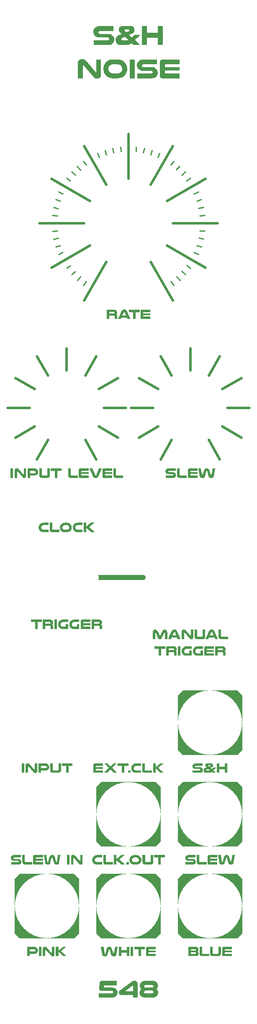
<source format=gto>
%TF.GenerationSoftware,KiCad,Pcbnew,8.0.5*%
%TF.CreationDate,2024-12-04T18:31:37+01:00*%
%TF.ProjectId,DMH_S_H_Noise_PANEL,444d485f-535f-4485-9f4e-6f6973655f50,rev?*%
%TF.SameCoordinates,Original*%
%TF.FileFunction,Legend,Top*%
%TF.FilePolarity,Positive*%
%FSLAX46Y46*%
G04 Gerber Fmt 4.6, Leading zero omitted, Abs format (unit mm)*
G04 Created by KiCad (PCBNEW 8.0.5) date 2024-12-04 18:31:37*
%MOMM*%
%LPD*%
G01*
G04 APERTURE LIST*
%ADD10C,1.000000*%
%ADD11C,0.800000*%
%ADD12C,0.150000*%
%ADD13C,0.875000*%
%ADD14C,0.500000*%
%ADD15C,0.250000*%
%ADD16C,0.000000*%
%ADD17C,12.000000*%
%ADD18O,2.500000X1.500000*%
%ADD19C,0.500000*%
%ADD20C,4.000000*%
%ADD21C,3.100000*%
%ADD22C,2.900000*%
%ADD23C,13.000000*%
G04 APERTURE END LIST*
D10*
X69000000Y-142500000D02*
X78000000Y-142500000D01*
D11*
G36*
X71970411Y-31235903D02*
G01*
X69192882Y-31235903D01*
X68972027Y-31245539D01*
X68744845Y-31281157D01*
X68553985Y-31340680D01*
X68370211Y-31437037D01*
X68201256Y-31577843D01*
X68065670Y-31746249D01*
X67963607Y-31938101D01*
X67899280Y-32149371D01*
X67877261Y-32346993D01*
X67876901Y-32376029D01*
X67893383Y-32584313D01*
X67941439Y-32777257D01*
X68032345Y-32976935D01*
X68158651Y-33152113D01*
X68195394Y-33191800D01*
X68365677Y-33332453D01*
X68551168Y-33428521D01*
X68743471Y-33487776D01*
X68971703Y-33523191D01*
X69192882Y-33532763D01*
X70732589Y-33532763D01*
X70932734Y-33565726D01*
X71001256Y-33616782D01*
X71079094Y-33801514D01*
X71079413Y-33816085D01*
X71017864Y-33987055D01*
X70836514Y-34075669D01*
X70732589Y-34081821D01*
X67977529Y-34081821D01*
X67977529Y-35050000D01*
X70912351Y-35050000D01*
X71111691Y-35039207D01*
X71324515Y-34999086D01*
X71510380Y-34931549D01*
X71695730Y-34821251D01*
X71850084Y-34680589D01*
X71869783Y-34658234D01*
X71986394Y-34496408D01*
X72074337Y-34316172D01*
X72129856Y-34122564D01*
X72149197Y-33920621D01*
X72126818Y-33704282D01*
X72062491Y-33498569D01*
X71960428Y-33308975D01*
X71824843Y-33140997D01*
X71657124Y-33000191D01*
X71480264Y-32903834D01*
X71271769Y-32836648D01*
X71065322Y-32805255D01*
X70912351Y-32799057D01*
X69248569Y-32799057D01*
X69056565Y-32760562D01*
X69029727Y-32739462D01*
X68937738Y-32566314D01*
X68934961Y-32525505D01*
X68995455Y-32337398D01*
X69013119Y-32316434D01*
X69194819Y-32241358D01*
X69248569Y-32239253D01*
X71970411Y-32239253D01*
X71970411Y-31235903D01*
G37*
G36*
X75385517Y-31236803D02*
G01*
X75594780Y-31257915D01*
X75812738Y-31321549D01*
X75983524Y-31423206D01*
X76128150Y-31590316D01*
X76209239Y-31800774D01*
X76230007Y-32004780D01*
X76220443Y-32143632D01*
X76160207Y-32358413D01*
X76049867Y-32537290D01*
X75895559Y-32680264D01*
X75703419Y-32787334D01*
X75126029Y-33031577D01*
X75669225Y-33508339D01*
X76072714Y-33139043D01*
X76162596Y-33031577D01*
X77338869Y-33031577D01*
X77308404Y-33075104D01*
X77164968Y-33218178D01*
X76279832Y-34052512D01*
X77220656Y-34887822D01*
X77239041Y-34903589D01*
X77377948Y-35050000D01*
X76061968Y-35050000D01*
X75972086Y-34955233D01*
X75624284Y-34652372D01*
X75561011Y-34705782D01*
X75376531Y-34839798D01*
X75193390Y-34937441D01*
X75003011Y-35002498D01*
X74796815Y-35038755D01*
X74566224Y-35050000D01*
X73469085Y-35050000D01*
X73340789Y-35045195D01*
X73109057Y-35007663D01*
X72910465Y-34934902D01*
X72708808Y-34798075D01*
X72558890Y-34614656D01*
X72476192Y-34437530D01*
X72426583Y-34235995D01*
X72410048Y-34012456D01*
X72414701Y-33883176D01*
X72415707Y-33876657D01*
X73574598Y-33876657D01*
X73578897Y-33933838D01*
X73690661Y-34100969D01*
X73888206Y-34143370D01*
X74560363Y-34143370D01*
X74578495Y-34143304D01*
X74785573Y-34126747D01*
X74980460Y-34058374D01*
X74269225Y-33417480D01*
X73793440Y-33615806D01*
X73662802Y-33694906D01*
X73574598Y-33876657D01*
X72415707Y-33876657D01*
X72445754Y-33681980D01*
X72529038Y-33464722D01*
X72644007Y-33304426D01*
X72806958Y-33163544D01*
X72975999Y-33065162D01*
X73182833Y-32979797D01*
X73642009Y-32821528D01*
X73457362Y-32657397D01*
X73428097Y-32631008D01*
X73279925Y-32482332D01*
X73160577Y-32323571D01*
X73077180Y-32127212D01*
X73072315Y-32083914D01*
X74185205Y-32083914D01*
X74185825Y-32106834D01*
X74285834Y-32276378D01*
X74533007Y-32492288D01*
X74957990Y-32350628D01*
X75087557Y-32300110D01*
X75199302Y-32128855D01*
X75166051Y-31999097D01*
X74975575Y-31930530D01*
X74459734Y-31930530D01*
X74328873Y-31938775D01*
X74185205Y-32083914D01*
X73072315Y-32083914D01*
X73053873Y-31919783D01*
X73064865Y-31796992D01*
X73140062Y-31588423D01*
X73265984Y-31431900D01*
X73453583Y-31312273D01*
X73660402Y-31251945D01*
X73860851Y-31235903D01*
X75328262Y-31235903D01*
X75385517Y-31236803D01*
G37*
G36*
X80960502Y-31235903D02*
G01*
X80960502Y-32611479D01*
X78703698Y-32611479D01*
X78703698Y-31235903D01*
X77684717Y-31235903D01*
X77684717Y-35050000D01*
X78703698Y-35050000D01*
X78703698Y-33564026D01*
X80960502Y-33564026D01*
X80960502Y-35050000D01*
X81980460Y-35050000D01*
X81980460Y-31235903D01*
X80960502Y-31235903D01*
G37*
G36*
X69448849Y-37955903D02*
G01*
X68457223Y-37955903D01*
X68457223Y-40421779D01*
X68379065Y-40523384D01*
X68283322Y-40478443D01*
X66435869Y-38249972D01*
X66281504Y-38101764D01*
X66097401Y-37984841D01*
X65891936Y-37917641D01*
X65683828Y-37894516D01*
X65618144Y-37893377D01*
X65390267Y-37911734D01*
X65188231Y-37969250D01*
X65017268Y-38069591D01*
X64882610Y-38216426D01*
X64789491Y-38413422D01*
X64748419Y-38609598D01*
X64738870Y-38780467D01*
X64738870Y-41770000D01*
X65735380Y-41770000D01*
X65735380Y-39201542D01*
X65830147Y-39094075D01*
X65920028Y-39144877D01*
X67998046Y-41552135D01*
X68164082Y-41689237D01*
X68361880Y-41780014D01*
X68566052Y-41822975D01*
X68737614Y-41832526D01*
X68940383Y-41806482D01*
X69124941Y-41725982D01*
X69278844Y-41587471D01*
X69389650Y-41387393D01*
X69440092Y-41171067D01*
X69448849Y-41018709D01*
X69448849Y-37955903D01*
G37*
G36*
X72949247Y-37964692D02*
G01*
X73156654Y-37990494D01*
X73350252Y-38032462D01*
X73573549Y-38106364D01*
X73776922Y-38202547D01*
X73961289Y-38319356D01*
X74127565Y-38455136D01*
X74162323Y-38488108D01*
X74323225Y-38666125D01*
X74461031Y-38864311D01*
X74573552Y-39080275D01*
X74643890Y-39264238D01*
X74695521Y-39456821D01*
X74727322Y-39656801D01*
X74738172Y-39862951D01*
X74736024Y-39957387D01*
X74712360Y-40187382D01*
X74663777Y-40407363D01*
X74591795Y-40615698D01*
X74497935Y-40810756D01*
X74383718Y-40990903D01*
X74250663Y-41154508D01*
X74149102Y-41257733D01*
X73961709Y-41411420D01*
X73795106Y-41516693D01*
X73613311Y-41605136D01*
X73415992Y-41675718D01*
X73202815Y-41727410D01*
X72973450Y-41759180D01*
X72727565Y-41770000D01*
X71932310Y-41770000D01*
X71807281Y-41767273D01*
X71569697Y-41745850D01*
X71348468Y-41703990D01*
X71143262Y-41642724D01*
X70953746Y-41563082D01*
X70779589Y-41466096D01*
X70582985Y-41322041D01*
X70409212Y-41154508D01*
X70353827Y-41091155D01*
X70228124Y-40920738D01*
X70121867Y-40734431D01*
X70036576Y-40533866D01*
X69973771Y-40320677D01*
X69934973Y-40096494D01*
X69922036Y-39868813D01*
X70935799Y-39868813D01*
X70936833Y-39912378D01*
X70971606Y-40122017D01*
X71051386Y-40312765D01*
X71170272Y-40477466D01*
X71327162Y-40614175D01*
X71501799Y-40703313D01*
X71713553Y-40757680D01*
X71932310Y-40773489D01*
X72727565Y-40773489D01*
X72946322Y-40757680D01*
X73158076Y-40703313D01*
X73332713Y-40614175D01*
X73489602Y-40477466D01*
X73516225Y-40446953D01*
X73627762Y-40276470D01*
X73699013Y-40081371D01*
X73724075Y-39868813D01*
X73716489Y-39750329D01*
X73666597Y-39547618D01*
X73574336Y-39364817D01*
X73444662Y-39209357D01*
X73312282Y-39105570D01*
X73131460Y-39018883D01*
X72934268Y-38972718D01*
X72727565Y-38959253D01*
X71932310Y-38959253D01*
X71781233Y-38966184D01*
X71574468Y-39004455D01*
X71384956Y-39083383D01*
X71215213Y-39209357D01*
X71139173Y-39291906D01*
X71029752Y-39463473D01*
X70960179Y-39658253D01*
X70935799Y-39868813D01*
X69922036Y-39868813D01*
X69921703Y-39862951D01*
X69922390Y-39810902D01*
X69938582Y-39606180D01*
X69975446Y-39407934D01*
X70031859Y-39217391D01*
X70106699Y-39035775D01*
X70224452Y-38823175D01*
X70367053Y-38628831D01*
X70532310Y-38455136D01*
X70698586Y-38319356D01*
X70882952Y-38202547D01*
X71086325Y-38106364D01*
X71309622Y-38032462D01*
X71503221Y-37990494D01*
X71710627Y-37964692D01*
X71932310Y-37955903D01*
X72727565Y-37955903D01*
X72949247Y-37964692D01*
G37*
G36*
X75228611Y-37955903D02*
G01*
X75228611Y-41770000D01*
X76247593Y-41770000D01*
X76247593Y-37955903D01*
X75228611Y-37955903D01*
G37*
G36*
X80772924Y-37955903D02*
G01*
X77995394Y-37955903D01*
X77774539Y-37965539D01*
X77547358Y-38001157D01*
X77356498Y-38060680D01*
X77172723Y-38157037D01*
X77003768Y-38297843D01*
X76868183Y-38466249D01*
X76766120Y-38658101D01*
X76701793Y-38869371D01*
X76679773Y-39066993D01*
X76679414Y-39096029D01*
X76695896Y-39304313D01*
X76743952Y-39497257D01*
X76834858Y-39696935D01*
X76961164Y-39872113D01*
X76997907Y-39911800D01*
X77168190Y-40052453D01*
X77353680Y-40148521D01*
X77545983Y-40207776D01*
X77774215Y-40243191D01*
X77995394Y-40252763D01*
X79535101Y-40252763D01*
X79735247Y-40285726D01*
X79803768Y-40336782D01*
X79881607Y-40521514D01*
X79881926Y-40536085D01*
X79820377Y-40707055D01*
X79639027Y-40795669D01*
X79535101Y-40801821D01*
X76780042Y-40801821D01*
X76780042Y-41770000D01*
X79714864Y-41770000D01*
X79914204Y-41759207D01*
X80127027Y-41719086D01*
X80312893Y-41651549D01*
X80498242Y-41541251D01*
X80652597Y-41400589D01*
X80672296Y-41378234D01*
X80788907Y-41216408D01*
X80876849Y-41036172D01*
X80932369Y-40842564D01*
X80951710Y-40640621D01*
X80929331Y-40424282D01*
X80865004Y-40218569D01*
X80762941Y-40028975D01*
X80627355Y-39860997D01*
X80459637Y-39720191D01*
X80282777Y-39623834D01*
X80074281Y-39556648D01*
X79867834Y-39525255D01*
X79714864Y-39519057D01*
X78051082Y-39519057D01*
X77859078Y-39480562D01*
X77832240Y-39459462D01*
X77740250Y-39286314D01*
X77737474Y-39245505D01*
X77797968Y-39057398D01*
X77815632Y-39036434D01*
X77997331Y-38961358D01*
X78051082Y-38959253D01*
X80772924Y-38959253D01*
X80772924Y-37955903D01*
G37*
G36*
X81890579Y-37955903D02*
G01*
X81680958Y-37980087D01*
X81504323Y-38067275D01*
X81385958Y-38241942D01*
X81352268Y-38465882D01*
X81352268Y-41244389D01*
X81378002Y-41450105D01*
X81470060Y-41622563D01*
X81652733Y-41737469D01*
X81852160Y-41769493D01*
X81884718Y-41770000D01*
X85334403Y-41770000D01*
X85334403Y-40801821D01*
X82456246Y-40801821D01*
X82366364Y-40694354D01*
X82366364Y-40206845D01*
X85317795Y-40206845D01*
X85317795Y-39479002D01*
X82366364Y-39479002D01*
X82366364Y-39053042D01*
X82456246Y-38959253D01*
X85334403Y-38959253D01*
X85334403Y-37955903D01*
X81890579Y-37955903D01*
G37*
D12*
G36*
X55287997Y-150972951D02*
G01*
X55287997Y-151474626D01*
X56119888Y-151474626D01*
X56119888Y-152880000D01*
X56629379Y-152880000D01*
X56629379Y-151474626D01*
X57458339Y-151474626D01*
X57458339Y-150972951D01*
X55287997Y-150972951D01*
G37*
G36*
X59229311Y-150977982D02*
G01*
X59337756Y-150996597D01*
X59445648Y-151034070D01*
X59535791Y-151086611D01*
X59610607Y-151152226D01*
X59673423Y-151231750D01*
X59721127Y-151321669D01*
X59751428Y-151419923D01*
X59762037Y-151524452D01*
X59761904Y-151538531D01*
X59750384Y-151648633D01*
X59717322Y-151751860D01*
X59658552Y-151844868D01*
X59582763Y-151915240D01*
X59616378Y-151937269D01*
X59688524Y-152005923D01*
X59736238Y-152095884D01*
X59758953Y-152198918D01*
X59764968Y-152309937D01*
X59764968Y-152696817D01*
X59766050Y-152776974D01*
X59773273Y-152880000D01*
X59260851Y-152880000D01*
X59257485Y-152852045D01*
X59252547Y-152751528D01*
X59252547Y-152364647D01*
X59230364Y-152262641D01*
X59149697Y-152204380D01*
X59044940Y-152192212D01*
X58163224Y-152192212D01*
X58163224Y-152880000D01*
X57656176Y-152880000D01*
X57656176Y-151488304D01*
X58163224Y-151488304D01*
X58163224Y-151761367D01*
X59059106Y-151761367D01*
X59116944Y-151754373D01*
X59201744Y-151699818D01*
X59203826Y-151697192D01*
X59238381Y-151602609D01*
X59237718Y-151587977D01*
X59196371Y-151496608D01*
X59157705Y-151467164D01*
X59059106Y-151446294D01*
X58205233Y-151446294D01*
X58163224Y-151488304D01*
X57656176Y-151488304D01*
X57656176Y-151090676D01*
X57687683Y-151002505D01*
X57782205Y-150972951D01*
X59126517Y-150972951D01*
X59229311Y-150977982D01*
G37*
G36*
X60015561Y-150972951D02*
G01*
X60015561Y-152880000D01*
X60525052Y-152880000D01*
X60525052Y-150972951D01*
X60015561Y-150972951D01*
G37*
G36*
X62675855Y-152880000D02*
G01*
X62769960Y-152846473D01*
X62796022Y-152759832D01*
X62796022Y-151835617D01*
X62291905Y-151835617D01*
X62291905Y-152350481D01*
X62255757Y-152390048D01*
X61771179Y-152390048D01*
X61661801Y-152381071D01*
X61555923Y-152351026D01*
X61468605Y-152303476D01*
X61390160Y-152233733D01*
X61330717Y-152151382D01*
X61290827Y-152056008D01*
X61273441Y-151951189D01*
X61272924Y-151929406D01*
X61285113Y-151824126D01*
X61319900Y-151726736D01*
X61374611Y-151640953D01*
X61412631Y-151599678D01*
X61497502Y-151536691D01*
X61592258Y-151497227D01*
X61695641Y-151478092D01*
X61771179Y-151474626D01*
X62793091Y-151474626D01*
X62793091Y-150972951D01*
X61771179Y-150972951D01*
X61660338Y-150977346D01*
X61556635Y-150990247D01*
X61459835Y-151011231D01*
X61348187Y-151048182D01*
X61246500Y-151096273D01*
X61154317Y-151154678D01*
X61071179Y-151222568D01*
X60988550Y-151309415D01*
X60917250Y-151406587D01*
X60858373Y-151512887D01*
X60820953Y-151603695D01*
X60792747Y-151698967D01*
X60774315Y-151798090D01*
X60766219Y-151900451D01*
X60765875Y-151926475D01*
X60772511Y-152043084D01*
X60791910Y-152155122D01*
X60823312Y-152261739D01*
X60865958Y-152362086D01*
X60919086Y-152455314D01*
X60981937Y-152540572D01*
X61009630Y-152572254D01*
X61096516Y-152656020D01*
X61194818Y-152728048D01*
X61281897Y-152776541D01*
X61376655Y-152816362D01*
X61479258Y-152846995D01*
X61589873Y-152867925D01*
X61708665Y-152878636D01*
X61771179Y-152880000D01*
X62675855Y-152880000D01*
G37*
G36*
X64934612Y-152880000D02*
G01*
X65028718Y-152846473D01*
X65054780Y-152759832D01*
X65054780Y-151835617D01*
X64550663Y-151835617D01*
X64550663Y-152350481D01*
X64514515Y-152390048D01*
X64029937Y-152390048D01*
X63920558Y-152381071D01*
X63814681Y-152351026D01*
X63727363Y-152303476D01*
X63648918Y-152233733D01*
X63589475Y-152151382D01*
X63549585Y-152056008D01*
X63532198Y-151951189D01*
X63531681Y-151929406D01*
X63543871Y-151824126D01*
X63578658Y-151726736D01*
X63633369Y-151640953D01*
X63671388Y-151599678D01*
X63756260Y-151536691D01*
X63851016Y-151497227D01*
X63954398Y-151478092D01*
X64029937Y-151474626D01*
X65051849Y-151474626D01*
X65051849Y-150972951D01*
X64029937Y-150972951D01*
X63919095Y-150977346D01*
X63815392Y-150990247D01*
X63718593Y-151011231D01*
X63606945Y-151048182D01*
X63505258Y-151096273D01*
X63413075Y-151154678D01*
X63329937Y-151222568D01*
X63247308Y-151309415D01*
X63176008Y-151406587D01*
X63117131Y-151512887D01*
X63079711Y-151603695D01*
X63051505Y-151698967D01*
X63033073Y-151798090D01*
X63024977Y-151900451D01*
X63024633Y-151926475D01*
X63031269Y-152043084D01*
X63050668Y-152155122D01*
X63082070Y-152261739D01*
X63124716Y-152362086D01*
X63177844Y-152455314D01*
X63240695Y-152540572D01*
X63268388Y-152572254D01*
X63355274Y-152656020D01*
X63453576Y-152728048D01*
X63540655Y-152776541D01*
X63635413Y-152816362D01*
X63738016Y-152846995D01*
X63848631Y-152867925D01*
X63967422Y-152878636D01*
X64029937Y-152880000D01*
X64934612Y-152880000D01*
G37*
G36*
X65591626Y-150972951D02*
G01*
X65486815Y-150985043D01*
X65398497Y-151028637D01*
X65339315Y-151115971D01*
X65322470Y-151227941D01*
X65322470Y-152617194D01*
X65335337Y-152720052D01*
X65381366Y-152806281D01*
X65472702Y-152863734D01*
X65572416Y-152879746D01*
X65588695Y-152880000D01*
X67313538Y-152880000D01*
X67313538Y-152395910D01*
X65874459Y-152395910D01*
X65829518Y-152342177D01*
X65829518Y-152098422D01*
X67305233Y-152098422D01*
X67305233Y-151734501D01*
X65829518Y-151734501D01*
X65829518Y-151521521D01*
X65874459Y-151474626D01*
X67313538Y-151474626D01*
X67313538Y-150972951D01*
X65591626Y-150972951D01*
G37*
G36*
X69124077Y-150977982D02*
G01*
X69232522Y-150996597D01*
X69340415Y-151034070D01*
X69430557Y-151086611D01*
X69505373Y-151152226D01*
X69568189Y-151231750D01*
X69615893Y-151321669D01*
X69646194Y-151419923D01*
X69656804Y-151524452D01*
X69656671Y-151538531D01*
X69645150Y-151648633D01*
X69612088Y-151751860D01*
X69553318Y-151844868D01*
X69477529Y-151915240D01*
X69511144Y-151937269D01*
X69583290Y-152005923D01*
X69631004Y-152095884D01*
X69653720Y-152198918D01*
X69659734Y-152309937D01*
X69659734Y-152696817D01*
X69660816Y-152776974D01*
X69668039Y-152880000D01*
X69155617Y-152880000D01*
X69152251Y-152852045D01*
X69147313Y-152751528D01*
X69147313Y-152364647D01*
X69125130Y-152262641D01*
X69044464Y-152204380D01*
X68939707Y-152192212D01*
X68057990Y-152192212D01*
X68057990Y-152880000D01*
X67550942Y-152880000D01*
X67550942Y-151488304D01*
X68057990Y-151488304D01*
X68057990Y-151761367D01*
X68953873Y-151761367D01*
X69011710Y-151754373D01*
X69096510Y-151699818D01*
X69098593Y-151697192D01*
X69133147Y-151602609D01*
X69132484Y-151587977D01*
X69091137Y-151496608D01*
X69052471Y-151467164D01*
X68953873Y-151446294D01*
X68100000Y-151446294D01*
X68057990Y-151488304D01*
X67550942Y-151488304D01*
X67550942Y-151090676D01*
X67582449Y-151002505D01*
X67676971Y-150972951D01*
X69021284Y-150972951D01*
X69124077Y-150977982D01*
G37*
G36*
X81377320Y-154931263D02*
G01*
X81475590Y-154921142D01*
X81575521Y-154884398D01*
X81656608Y-154818920D01*
X81696301Y-154758339D01*
X82270272Y-153570830D01*
X82306908Y-153548848D01*
X82351360Y-153599162D01*
X82351360Y-154900000D01*
X82838869Y-154900000D01*
X82838869Y-153511723D01*
X82832181Y-153400217D01*
X82812568Y-153304269D01*
X82774253Y-153209934D01*
X82711426Y-153122329D01*
X82662526Y-153076971D01*
X82575651Y-153020362D01*
X82484231Y-152983491D01*
X82381153Y-152963877D01*
X82331821Y-152961688D01*
X82226114Y-152971882D01*
X82116896Y-153009350D01*
X82024687Y-153071518D01*
X81947128Y-153155392D01*
X81891987Y-153239708D01*
X81853105Y-153315352D01*
X81424703Y-154246894D01*
X81377320Y-154283042D01*
X81329448Y-154246894D01*
X80901046Y-153315352D01*
X80851753Y-153221889D01*
X80795014Y-153140033D01*
X80715178Y-153059569D01*
X80620297Y-153001309D01*
X80508016Y-152968249D01*
X80422330Y-152961688D01*
X80314344Y-152972418D01*
X80217638Y-153002086D01*
X80124449Y-153052663D01*
X80091626Y-153076971D01*
X80016880Y-153152869D01*
X79961505Y-153248185D01*
X79930203Y-153350395D01*
X79916968Y-153453928D01*
X79915282Y-153511723D01*
X79915282Y-154900000D01*
X80402791Y-154900000D01*
X80402791Y-153601605D01*
X80447243Y-153551290D01*
X80483880Y-153573272D01*
X81057850Y-154765666D01*
X81122002Y-154846780D01*
X81210324Y-154900355D01*
X81314990Y-154927371D01*
X81377320Y-154931263D01*
G37*
G36*
X84330209Y-152963035D02*
G01*
X84442339Y-152978214D01*
X84542281Y-153010349D01*
X84630425Y-153059541D01*
X84707162Y-153125891D01*
X84772884Y-153209500D01*
X84827983Y-153310467D01*
X85511374Y-154814026D01*
X85542149Y-154900000D01*
X84970621Y-154900000D01*
X84948639Y-154834054D01*
X84847522Y-154598604D01*
X83727425Y-154598604D01*
X83629727Y-154831123D01*
X83609700Y-154900000D01*
X83024494Y-154900000D01*
X83055268Y-154814026D01*
X83340749Y-154180949D01*
X83912561Y-154180949D01*
X84662875Y-154180949D01*
X84371737Y-153505861D01*
X84368346Y-153498361D01*
X84284787Y-153447243D01*
X84281636Y-153447285D01*
X84200767Y-153505861D01*
X83912561Y-154180949D01*
X83340749Y-154180949D01*
X83733286Y-153310467D01*
X83754012Y-153267991D01*
X83812745Y-153173979D01*
X83882042Y-153097286D01*
X83962751Y-153037811D01*
X84055724Y-152995454D01*
X84161809Y-152970113D01*
X84281856Y-152961688D01*
X84330209Y-152963035D01*
G37*
G36*
X88089113Y-152992951D02*
G01*
X87593300Y-152992951D01*
X87593300Y-154225889D01*
X87554222Y-154276692D01*
X87506350Y-154254221D01*
X86582623Y-153139986D01*
X86505441Y-153065882D01*
X86413390Y-153007420D01*
X86310657Y-152973820D01*
X86206603Y-152962258D01*
X86173761Y-152961688D01*
X86059823Y-152970867D01*
X85958805Y-152999625D01*
X85873323Y-153049795D01*
X85805994Y-153123213D01*
X85759434Y-153221711D01*
X85738898Y-153319799D01*
X85734124Y-153405233D01*
X85734124Y-154900000D01*
X86232379Y-154900000D01*
X86232379Y-153615771D01*
X86279762Y-153562037D01*
X86324703Y-153587438D01*
X87363712Y-154791067D01*
X87446730Y-154859618D01*
X87545629Y-154905007D01*
X87647715Y-154926487D01*
X87733496Y-154931263D01*
X87834881Y-154918241D01*
X87927159Y-154877991D01*
X88004111Y-154808735D01*
X88059514Y-154708696D01*
X88084735Y-154600533D01*
X88089113Y-154524354D01*
X88089113Y-152992951D01*
G37*
G36*
X89868667Y-154900000D02*
G01*
X89994965Y-154895158D01*
X90106562Y-154880435D01*
X90203956Y-154855530D01*
X90312581Y-154805967D01*
X90398018Y-154737062D01*
X90461448Y-154648104D01*
X90504049Y-154538383D01*
X90523041Y-154442040D01*
X90531478Y-154333320D01*
X90532030Y-154294277D01*
X90532030Y-152992951D01*
X90022540Y-152992951D01*
X90022540Y-154237613D01*
X90000602Y-154340353D01*
X89917439Y-154405156D01*
X89834961Y-154415910D01*
X89048011Y-154415910D01*
X88949906Y-154398466D01*
X88879441Y-154323731D01*
X88865806Y-154237613D01*
X88865806Y-152992951D01*
X88356315Y-152992951D01*
X88356315Y-154294277D01*
X88361344Y-154407190D01*
X88376765Y-154507626D01*
X88414356Y-154622648D01*
X88472494Y-154716730D01*
X88552365Y-154790582D01*
X88655153Y-154844914D01*
X88782045Y-154880435D01*
X88893744Y-154895158D01*
X89020167Y-154900000D01*
X89868667Y-154900000D01*
G37*
G36*
X91888059Y-152963035D02*
G01*
X92000190Y-152978214D01*
X92100131Y-153010349D01*
X92188275Y-153059541D01*
X92265013Y-153125891D01*
X92330735Y-153209500D01*
X92385834Y-153310467D01*
X93069225Y-154814026D01*
X93100000Y-154900000D01*
X92528471Y-154900000D01*
X92506489Y-154834054D01*
X92405373Y-154598604D01*
X91285275Y-154598604D01*
X91187578Y-154831123D01*
X91167550Y-154900000D01*
X90582344Y-154900000D01*
X90613119Y-154814026D01*
X90898600Y-154180949D01*
X91470411Y-154180949D01*
X92220725Y-154180949D01*
X91929588Y-153505861D01*
X91926196Y-153498361D01*
X91842637Y-153447243D01*
X91839486Y-153447285D01*
X91758618Y-153505861D01*
X91470411Y-154180949D01*
X90898600Y-154180949D01*
X91291137Y-153310467D01*
X91311863Y-153267991D01*
X91370596Y-153173979D01*
X91439892Y-153097286D01*
X91520602Y-153037811D01*
X91613574Y-152995454D01*
X91719659Y-152970113D01*
X91839707Y-152961688D01*
X91888059Y-152963035D01*
G37*
G36*
X95157990Y-154900000D02*
G01*
X95157990Y-154415910D01*
X93844452Y-154415910D01*
X93747251Y-154401820D01*
X93684190Y-154321526D01*
X93676413Y-154234682D01*
X93676413Y-152992951D01*
X93166922Y-152992951D01*
X93166922Y-154283042D01*
X93171048Y-154393638D01*
X93183959Y-154493255D01*
X93216221Y-154609040D01*
X93267416Y-154705399D01*
X93339440Y-154782383D01*
X93434187Y-154840045D01*
X93553552Y-154878435D01*
X93660371Y-154894612D01*
X93782903Y-154900000D01*
X95157990Y-154900000D01*
G37*
G36*
X80287997Y-156352951D02*
G01*
X80287997Y-156854626D01*
X81119888Y-156854626D01*
X81119888Y-158260000D01*
X81629379Y-158260000D01*
X81629379Y-156854626D01*
X82458339Y-156854626D01*
X82458339Y-156352951D01*
X80287997Y-156352951D01*
G37*
G36*
X84229311Y-156357982D02*
G01*
X84337756Y-156376597D01*
X84445648Y-156414070D01*
X84535791Y-156466611D01*
X84610607Y-156532226D01*
X84673423Y-156611750D01*
X84721127Y-156701669D01*
X84751428Y-156799923D01*
X84762037Y-156904452D01*
X84761904Y-156918531D01*
X84750384Y-157028633D01*
X84717322Y-157131860D01*
X84658552Y-157224868D01*
X84582763Y-157295240D01*
X84616378Y-157317269D01*
X84688524Y-157385923D01*
X84736238Y-157475884D01*
X84758953Y-157578918D01*
X84764968Y-157689937D01*
X84764968Y-158076817D01*
X84766050Y-158156974D01*
X84773273Y-158260000D01*
X84260851Y-158260000D01*
X84257485Y-158232045D01*
X84252547Y-158131528D01*
X84252547Y-157744647D01*
X84230364Y-157642641D01*
X84149697Y-157584380D01*
X84044940Y-157572212D01*
X83163224Y-157572212D01*
X83163224Y-158260000D01*
X82656176Y-158260000D01*
X82656176Y-156868304D01*
X83163224Y-156868304D01*
X83163224Y-157141367D01*
X84059106Y-157141367D01*
X84116944Y-157134373D01*
X84201744Y-157079818D01*
X84203826Y-157077192D01*
X84238381Y-156982609D01*
X84237718Y-156967977D01*
X84196371Y-156876608D01*
X84157705Y-156847164D01*
X84059106Y-156826294D01*
X83205233Y-156826294D01*
X83163224Y-156868304D01*
X82656176Y-156868304D01*
X82656176Y-156470676D01*
X82687683Y-156382505D01*
X82782205Y-156352951D01*
X84126517Y-156352951D01*
X84229311Y-156357982D01*
G37*
G36*
X85015561Y-156352951D02*
G01*
X85015561Y-158260000D01*
X85525052Y-158260000D01*
X85525052Y-156352951D01*
X85015561Y-156352951D01*
G37*
G36*
X87675855Y-158260000D02*
G01*
X87769960Y-158226473D01*
X87796022Y-158139832D01*
X87796022Y-157215617D01*
X87291905Y-157215617D01*
X87291905Y-157730481D01*
X87255757Y-157770048D01*
X86771179Y-157770048D01*
X86661801Y-157761071D01*
X86555923Y-157731026D01*
X86468605Y-157683476D01*
X86390160Y-157613733D01*
X86330717Y-157531382D01*
X86290827Y-157436008D01*
X86273441Y-157331189D01*
X86272924Y-157309406D01*
X86285113Y-157204126D01*
X86319900Y-157106736D01*
X86374611Y-157020953D01*
X86412631Y-156979678D01*
X86497502Y-156916691D01*
X86592258Y-156877227D01*
X86695641Y-156858092D01*
X86771179Y-156854626D01*
X87793091Y-156854626D01*
X87793091Y-156352951D01*
X86771179Y-156352951D01*
X86660338Y-156357346D01*
X86556635Y-156370247D01*
X86459835Y-156391231D01*
X86348187Y-156428182D01*
X86246500Y-156476273D01*
X86154317Y-156534678D01*
X86071179Y-156602568D01*
X85988550Y-156689415D01*
X85917250Y-156786587D01*
X85858373Y-156892887D01*
X85820953Y-156983695D01*
X85792747Y-157078967D01*
X85774315Y-157178090D01*
X85766219Y-157280451D01*
X85765875Y-157306475D01*
X85772511Y-157423084D01*
X85791910Y-157535122D01*
X85823312Y-157641739D01*
X85865958Y-157742086D01*
X85919086Y-157835314D01*
X85981937Y-157920572D01*
X86009630Y-157952254D01*
X86096516Y-158036020D01*
X86194818Y-158108048D01*
X86281897Y-158156541D01*
X86376655Y-158196362D01*
X86479258Y-158226995D01*
X86589873Y-158247925D01*
X86708665Y-158258636D01*
X86771179Y-158260000D01*
X87675855Y-158260000D01*
G37*
G36*
X89934612Y-158260000D02*
G01*
X90028718Y-158226473D01*
X90054780Y-158139832D01*
X90054780Y-157215617D01*
X89550663Y-157215617D01*
X89550663Y-157730481D01*
X89514515Y-157770048D01*
X89029937Y-157770048D01*
X88920558Y-157761071D01*
X88814681Y-157731026D01*
X88727363Y-157683476D01*
X88648918Y-157613733D01*
X88589475Y-157531382D01*
X88549585Y-157436008D01*
X88532198Y-157331189D01*
X88531681Y-157309406D01*
X88543871Y-157204126D01*
X88578658Y-157106736D01*
X88633369Y-157020953D01*
X88671388Y-156979678D01*
X88756260Y-156916691D01*
X88851016Y-156877227D01*
X88954398Y-156858092D01*
X89029937Y-156854626D01*
X90051849Y-156854626D01*
X90051849Y-156352951D01*
X89029937Y-156352951D01*
X88919095Y-156357346D01*
X88815392Y-156370247D01*
X88718593Y-156391231D01*
X88606945Y-156428182D01*
X88505258Y-156476273D01*
X88413075Y-156534678D01*
X88329937Y-156602568D01*
X88247308Y-156689415D01*
X88176008Y-156786587D01*
X88117131Y-156892887D01*
X88079711Y-156983695D01*
X88051505Y-157078967D01*
X88033073Y-157178090D01*
X88024977Y-157280451D01*
X88024633Y-157306475D01*
X88031269Y-157423084D01*
X88050668Y-157535122D01*
X88082070Y-157641739D01*
X88124716Y-157742086D01*
X88177844Y-157835314D01*
X88240695Y-157920572D01*
X88268388Y-157952254D01*
X88355274Y-158036020D01*
X88453576Y-158108048D01*
X88540655Y-158156541D01*
X88635413Y-158196362D01*
X88738016Y-158226995D01*
X88848631Y-158247925D01*
X88967422Y-158258636D01*
X89029937Y-158260000D01*
X89934612Y-158260000D01*
G37*
G36*
X90591626Y-156352951D02*
G01*
X90486815Y-156365043D01*
X90398497Y-156408637D01*
X90339315Y-156495971D01*
X90322470Y-156607941D01*
X90322470Y-157997194D01*
X90335337Y-158100052D01*
X90381366Y-158186281D01*
X90472702Y-158243734D01*
X90572416Y-158259746D01*
X90588695Y-158260000D01*
X92313538Y-158260000D01*
X92313538Y-157775910D01*
X90874459Y-157775910D01*
X90829518Y-157722177D01*
X90829518Y-157478422D01*
X92305233Y-157478422D01*
X92305233Y-157114501D01*
X90829518Y-157114501D01*
X90829518Y-156901521D01*
X90874459Y-156854626D01*
X92313538Y-156854626D01*
X92313538Y-156352951D01*
X90591626Y-156352951D01*
G37*
G36*
X94124077Y-156357982D02*
G01*
X94232522Y-156376597D01*
X94340415Y-156414070D01*
X94430557Y-156466611D01*
X94505373Y-156532226D01*
X94568189Y-156611750D01*
X94615893Y-156701669D01*
X94646194Y-156799923D01*
X94656804Y-156904452D01*
X94656671Y-156918531D01*
X94645150Y-157028633D01*
X94612088Y-157131860D01*
X94553318Y-157224868D01*
X94477529Y-157295240D01*
X94511144Y-157317269D01*
X94583290Y-157385923D01*
X94631004Y-157475884D01*
X94653720Y-157578918D01*
X94659734Y-157689937D01*
X94659734Y-158076817D01*
X94660816Y-158156974D01*
X94668039Y-158260000D01*
X94155617Y-158260000D01*
X94152251Y-158232045D01*
X94147313Y-158131528D01*
X94147313Y-157744647D01*
X94125130Y-157642641D01*
X94044464Y-157584380D01*
X93939707Y-157572212D01*
X93057990Y-157572212D01*
X93057990Y-158260000D01*
X92550942Y-158260000D01*
X92550942Y-156868304D01*
X93057990Y-156868304D01*
X93057990Y-157141367D01*
X93953873Y-157141367D01*
X94011710Y-157134373D01*
X94096510Y-157079818D01*
X94098593Y-157077192D01*
X94133147Y-156982609D01*
X94132484Y-156967977D01*
X94091137Y-156876608D01*
X94052471Y-156847164D01*
X93953873Y-156826294D01*
X93100000Y-156826294D01*
X93057990Y-156868304D01*
X92550942Y-156868304D01*
X92550942Y-156470676D01*
X92582449Y-156382505D01*
X92676971Y-156352951D01*
X94021284Y-156352951D01*
X94124077Y-156357982D01*
G37*
D13*
G36*
X69027163Y-226355344D02*
G01*
X69027163Y-227202501D01*
X71693440Y-227202501D01*
X71880122Y-227193377D01*
X72077528Y-227159535D01*
X72247627Y-227102731D01*
X72413998Y-227010279D01*
X72548586Y-226892855D01*
X72565387Y-226874238D01*
X72672990Y-226716619D01*
X72740282Y-226556729D01*
X72779885Y-226381893D01*
X72791067Y-226219423D01*
X72778225Y-226048247D01*
X72731552Y-225860630D01*
X72652029Y-225689917D01*
X72540998Y-225540189D01*
X72443144Y-225448348D01*
X72282812Y-225345833D01*
X72109570Y-225279551D01*
X71928871Y-225242904D01*
X71748855Y-225228762D01*
X71683182Y-225227797D01*
X70100000Y-225227797D01*
X70031612Y-225149151D01*
X70061532Y-224805501D01*
X70124790Y-224743097D01*
X72667969Y-224743097D01*
X72667969Y-223865166D01*
X69507589Y-223865166D01*
X69337578Y-223896764D01*
X69209599Y-224016887D01*
X69169068Y-224184025D01*
X69095551Y-225526140D01*
X69128585Y-225704242D01*
X69265893Y-225816214D01*
X69394749Y-225834741D01*
X71590003Y-225834741D01*
X71759045Y-225863583D01*
X71825087Y-225908258D01*
X71893680Y-226071414D01*
X71894330Y-226092905D01*
X71840825Y-226260292D01*
X71825087Y-226277553D01*
X71667487Y-226350041D01*
X71590003Y-226355344D01*
X69027163Y-226355344D01*
G37*
G36*
X76336053Y-223825618D02*
G01*
X76507744Y-223881624D01*
X76659264Y-223985700D01*
X76709483Y-224040683D01*
X76797322Y-224201977D01*
X76839925Y-224384585D01*
X76850750Y-224564434D01*
X76850750Y-227202501D01*
X75958287Y-227202501D01*
X75958287Y-226718655D01*
X73650192Y-226718655D01*
X73478487Y-226707155D01*
X73299071Y-226656583D01*
X73155234Y-226551960D01*
X73133058Y-226524868D01*
X73055928Y-226365762D01*
X73032990Y-226189503D01*
X73055109Y-226039370D01*
X73132881Y-225891161D01*
X74390492Y-225891161D01*
X74444347Y-225944161D01*
X75958287Y-225944161D01*
X75958287Y-224928600D01*
X75884769Y-224832002D01*
X75806978Y-224861066D01*
X74424686Y-225837305D01*
X74390492Y-225891161D01*
X73132881Y-225891161D01*
X73135572Y-225886032D01*
X73216676Y-225797661D01*
X73356123Y-225686852D01*
X75713799Y-223976297D01*
X75833278Y-223899173D01*
X76001351Y-223830922D01*
X76174564Y-223810456D01*
X76336053Y-223825618D01*
G37*
G36*
X80068782Y-223873072D02*
G01*
X80243466Y-223903166D01*
X80426777Y-223966089D01*
X80587462Y-224058250D01*
X80724930Y-224178896D01*
X80839011Y-224329810D01*
X80914410Y-224487485D01*
X80960908Y-224667641D01*
X80974546Y-224843969D01*
X80973169Y-224897780D01*
X80947008Y-225076806D01*
X80888634Y-225238483D01*
X80784128Y-225397191D01*
X80641155Y-225522720D01*
X80747146Y-225593900D01*
X80865277Y-225727684D01*
X80948158Y-225893129D01*
X80995842Y-226081216D01*
X81008740Y-226253617D01*
X81002422Y-226363680D01*
X80961044Y-226551527D01*
X80884977Y-226722969D01*
X80778786Y-226874238D01*
X80653549Y-226994955D01*
X80501069Y-227091181D01*
X80317910Y-227159535D01*
X80133894Y-227193377D01*
X79959839Y-227202501D01*
X78289462Y-227202501D01*
X78115408Y-227193377D01*
X77931391Y-227159535D01*
X77748232Y-227091181D01*
X77595753Y-226994955D01*
X77470516Y-226874238D01*
X77396600Y-226775819D01*
X77309984Y-226610683D01*
X77256537Y-226427886D01*
X77240562Y-226253617D01*
X77246293Y-226137852D01*
X77252227Y-226107438D01*
X78171493Y-226107438D01*
X78173286Y-226140245D01*
X78239881Y-226298924D01*
X78330930Y-226368000D01*
X78499756Y-226398942D01*
X79749546Y-226398942D01*
X79858547Y-226387797D01*
X80009421Y-226298924D01*
X80028457Y-226272202D01*
X80077809Y-226107438D01*
X80076473Y-226081410D01*
X80004291Y-225921935D01*
X79921109Y-225857787D01*
X79749546Y-225826192D01*
X78499756Y-225826192D01*
X78402069Y-225834300D01*
X78245010Y-225921935D01*
X78229089Y-225941512D01*
X78171493Y-226107438D01*
X77252227Y-226107438D01*
X77283931Y-225944953D01*
X77356750Y-225772118D01*
X77464804Y-225628367D01*
X77608147Y-225522720D01*
X77568902Y-225494755D01*
X77435365Y-225360405D01*
X77340778Y-225194279D01*
X77291476Y-225027262D01*
X77285673Y-224963648D01*
X78191155Y-224963648D01*
X78250139Y-225128634D01*
X78323404Y-225194200D01*
X78494626Y-225232926D01*
X79754675Y-225232926D01*
X79855734Y-225221823D01*
X79999162Y-225128634D01*
X80058147Y-224963648D01*
X79999162Y-224798662D01*
X79925898Y-224736843D01*
X79754675Y-224698645D01*
X78494626Y-224698645D01*
X78402514Y-224707723D01*
X78250139Y-224798662D01*
X78191155Y-224963648D01*
X77285673Y-224963648D01*
X77274756Y-224843969D01*
X77288394Y-224667641D01*
X77334891Y-224487485D01*
X77410290Y-224329810D01*
X77524372Y-224178896D01*
X77640766Y-224073758D01*
X77798171Y-223977482D01*
X77978285Y-223910336D01*
X78150297Y-223876538D01*
X78338189Y-223865166D01*
X79911113Y-223865166D01*
X80068782Y-223873072D01*
G37*
D12*
G36*
X58830007Y-132831744D02*
G01*
X57838869Y-132831744D01*
X57729491Y-132823840D01*
X57623614Y-132796656D01*
X57536295Y-132752087D01*
X57457850Y-132683733D01*
X57398407Y-132601382D01*
X57358517Y-132506008D01*
X57341131Y-132401189D01*
X57340614Y-132379406D01*
X57352803Y-132274126D01*
X57387590Y-132176736D01*
X57442301Y-132090953D01*
X57480321Y-132049678D01*
X57565192Y-131986691D01*
X57659948Y-131947227D01*
X57763331Y-131928092D01*
X57838869Y-131924626D01*
X58830007Y-131924626D01*
X58830007Y-131422951D01*
X57838869Y-131422951D01*
X57728028Y-131427346D01*
X57624325Y-131440247D01*
X57527525Y-131461231D01*
X57415877Y-131498182D01*
X57314190Y-131546273D01*
X57222007Y-131604678D01*
X57138869Y-131672568D01*
X57056241Y-131759415D01*
X56984940Y-131856587D01*
X56926064Y-131962887D01*
X56888644Y-132053695D01*
X56860437Y-132148967D01*
X56842005Y-132248090D01*
X56833909Y-132350451D01*
X56833566Y-132376475D01*
X56840201Y-132493247D01*
X56859600Y-132605338D01*
X56891002Y-132711933D01*
X56933648Y-132812215D01*
X56986776Y-132905369D01*
X57049628Y-132990577D01*
X57077320Y-133022254D01*
X57164207Y-133106020D01*
X57262509Y-133178048D01*
X57349587Y-133226541D01*
X57444345Y-133266362D01*
X57546948Y-133296995D01*
X57657563Y-133317925D01*
X57776355Y-133328636D01*
X57838869Y-133330000D01*
X58830007Y-133330000D01*
X58830007Y-132831744D01*
G37*
G36*
X61047732Y-133330000D02*
G01*
X61047732Y-132845910D01*
X59734194Y-132845910D01*
X59636993Y-132831820D01*
X59573932Y-132751526D01*
X59566155Y-132664682D01*
X59566155Y-131422951D01*
X59056664Y-131422951D01*
X59056664Y-132713042D01*
X59060790Y-132823638D01*
X59073701Y-132923255D01*
X59105963Y-133039040D01*
X59157158Y-133135399D01*
X59229182Y-133212383D01*
X59323929Y-133270045D01*
X59443294Y-133308435D01*
X59550113Y-133324612D01*
X59672644Y-133330000D01*
X61047732Y-133330000D01*
G37*
G36*
X62636242Y-131427346D02*
G01*
X62739945Y-131440247D01*
X62836745Y-131461231D01*
X62948393Y-131498182D01*
X63050080Y-131546273D01*
X63142263Y-131604678D01*
X63225401Y-131672568D01*
X63242780Y-131689054D01*
X63323231Y-131778062D01*
X63392134Y-131877155D01*
X63448395Y-131985137D01*
X63483564Y-132077119D01*
X63509379Y-132173410D01*
X63525280Y-132273400D01*
X63530705Y-132376475D01*
X63529631Y-132423693D01*
X63517799Y-132538691D01*
X63493507Y-132648681D01*
X63457516Y-132752849D01*
X63410586Y-132850378D01*
X63353477Y-132940451D01*
X63286950Y-133022254D01*
X63236170Y-133073866D01*
X63142473Y-133150710D01*
X63059172Y-133203346D01*
X62968274Y-133247568D01*
X62869614Y-133282859D01*
X62763026Y-133308705D01*
X62648344Y-133324590D01*
X62525401Y-133330000D01*
X62127774Y-133330000D01*
X62065259Y-133328636D01*
X61946467Y-133317925D01*
X61835853Y-133296995D01*
X61733249Y-133266362D01*
X61638492Y-133226541D01*
X61551413Y-133178048D01*
X61453111Y-133106020D01*
X61366224Y-133022254D01*
X61338532Y-132990577D01*
X61275681Y-132905369D01*
X61222552Y-132812215D01*
X61179907Y-132711933D01*
X61148504Y-132605338D01*
X61129105Y-132493247D01*
X61122637Y-132379406D01*
X61629518Y-132379406D01*
X61630035Y-132401189D01*
X61647421Y-132506008D01*
X61687312Y-132601382D01*
X61746755Y-132683733D01*
X61825200Y-132752087D01*
X61912518Y-132796656D01*
X62018395Y-132823840D01*
X62127774Y-132831744D01*
X62525401Y-132831744D01*
X62634779Y-132823840D01*
X62740657Y-132796656D01*
X62827975Y-132752087D01*
X62906420Y-132683733D01*
X62919731Y-132668476D01*
X62975499Y-132583235D01*
X63011125Y-132485685D01*
X63023656Y-132379406D01*
X63019863Y-132320164D01*
X62994917Y-132218809D01*
X62948787Y-132127408D01*
X62883949Y-132049678D01*
X62817760Y-131997785D01*
X62727349Y-131954441D01*
X62628753Y-131931359D01*
X62525401Y-131924626D01*
X62127774Y-131924626D01*
X62052235Y-131928092D01*
X61948853Y-131947227D01*
X61854097Y-131986691D01*
X61769225Y-132049678D01*
X61731205Y-132090953D01*
X61676495Y-132176736D01*
X61641708Y-132274126D01*
X61629518Y-132379406D01*
X61122637Y-132379406D01*
X61122470Y-132376475D01*
X61122813Y-132350451D01*
X61130910Y-132248090D01*
X61149342Y-132148967D01*
X61177548Y-132053695D01*
X61214968Y-131962887D01*
X61273845Y-131856587D01*
X61345145Y-131759415D01*
X61427774Y-131672568D01*
X61510912Y-131604678D01*
X61603095Y-131546273D01*
X61704781Y-131498182D01*
X61816430Y-131461231D01*
X61913229Y-131440247D01*
X62016932Y-131427346D01*
X62127774Y-131422951D01*
X62525401Y-131422951D01*
X62636242Y-131427346D01*
G37*
G36*
X65727425Y-132831744D02*
G01*
X64736287Y-132831744D01*
X64626909Y-132823840D01*
X64521032Y-132796656D01*
X64433713Y-132752087D01*
X64355268Y-132683733D01*
X64295825Y-132601382D01*
X64255935Y-132506008D01*
X64238549Y-132401189D01*
X64238032Y-132379406D01*
X64250222Y-132274126D01*
X64285008Y-132176736D01*
X64339719Y-132090953D01*
X64377739Y-132049678D01*
X64462610Y-131986691D01*
X64557366Y-131947227D01*
X64660749Y-131928092D01*
X64736287Y-131924626D01*
X65727425Y-131924626D01*
X65727425Y-131422951D01*
X64736287Y-131422951D01*
X64625446Y-131427346D01*
X64521743Y-131440247D01*
X64424943Y-131461231D01*
X64313295Y-131498182D01*
X64211608Y-131546273D01*
X64119425Y-131604678D01*
X64036287Y-131672568D01*
X63953659Y-131759415D01*
X63882358Y-131856587D01*
X63823482Y-131962887D01*
X63786062Y-132053695D01*
X63757855Y-132148967D01*
X63739423Y-132248090D01*
X63731327Y-132350451D01*
X63730984Y-132376475D01*
X63737619Y-132493247D01*
X63757018Y-132605338D01*
X63788420Y-132711933D01*
X63831066Y-132812215D01*
X63884194Y-132905369D01*
X63947046Y-132990577D01*
X63974738Y-133022254D01*
X64061625Y-133106020D01*
X64159927Y-133178048D01*
X64247005Y-133226541D01*
X64341763Y-133266362D01*
X64444366Y-133296995D01*
X64554981Y-133317925D01*
X64673773Y-133328636D01*
X64736287Y-133330000D01*
X65727425Y-133330000D01*
X65727425Y-132831744D01*
G37*
G36*
X65965317Y-131422951D02*
G01*
X65965317Y-133330000D01*
X66477739Y-133330000D01*
X66477739Y-132486873D01*
X67384857Y-133251353D01*
X67458111Y-133318277D01*
X67468876Y-133330000D01*
X68225052Y-133330000D01*
X68154648Y-133261766D01*
X68152268Y-133259658D01*
X67035101Y-132348632D01*
X67018492Y-132317369D01*
X67035101Y-132286594D01*
X68076552Y-131473754D01*
X68127355Y-131422951D01*
X67418562Y-131422951D01*
X67348301Y-131495546D01*
X67340404Y-131502086D01*
X66477739Y-132204528D01*
X66477739Y-131422951D01*
X65965317Y-131422951D01*
G37*
G36*
X84532449Y-120472951D02*
G01*
X83143684Y-120472951D01*
X83033257Y-120477769D01*
X82919666Y-120495578D01*
X82824236Y-120525340D01*
X82732349Y-120573518D01*
X82647871Y-120643921D01*
X82580078Y-120728124D01*
X82529047Y-120824050D01*
X82496883Y-120929685D01*
X82485874Y-121028496D01*
X82485694Y-121043014D01*
X82493935Y-121147156D01*
X82517963Y-121243628D01*
X82563416Y-121343467D01*
X82626569Y-121431056D01*
X82644940Y-121450900D01*
X82730082Y-121521226D01*
X82822827Y-121569260D01*
X82918979Y-121598888D01*
X83033095Y-121616595D01*
X83143684Y-121621381D01*
X83913538Y-121621381D01*
X84013610Y-121637863D01*
X84047871Y-121663391D01*
X84086790Y-121755757D01*
X84086950Y-121763042D01*
X84056175Y-121848527D01*
X83965500Y-121892834D01*
X83913538Y-121895910D01*
X82536008Y-121895910D01*
X82536008Y-122380000D01*
X84003419Y-122380000D01*
X84103089Y-122374603D01*
X84209501Y-122354543D01*
X84302433Y-122320774D01*
X84395108Y-122265625D01*
X84472285Y-122195294D01*
X84482135Y-122184117D01*
X84540440Y-122103204D01*
X84584412Y-122013086D01*
X84612171Y-121916282D01*
X84621842Y-121815310D01*
X84610652Y-121707141D01*
X84578489Y-121604284D01*
X84527457Y-121509487D01*
X84459665Y-121425498D01*
X84375805Y-121355095D01*
X84287375Y-121306917D01*
X84183128Y-121273324D01*
X84079904Y-121257627D01*
X84003419Y-121254528D01*
X83171528Y-121254528D01*
X83075526Y-121235281D01*
X83062107Y-121224731D01*
X83016112Y-121138157D01*
X83014724Y-121117752D01*
X83044971Y-121023699D01*
X83053803Y-121013217D01*
X83144653Y-120975679D01*
X83171528Y-120974626D01*
X84532449Y-120974626D01*
X84532449Y-120472951D01*
G37*
G36*
X86804884Y-122380000D02*
G01*
X86804884Y-121895910D01*
X85491346Y-121895910D01*
X85394146Y-121881820D01*
X85331085Y-121801526D01*
X85323307Y-121714682D01*
X85323307Y-120472951D01*
X84813817Y-120472951D01*
X84813817Y-121763042D01*
X84817943Y-121873638D01*
X84830854Y-121973255D01*
X84863115Y-122089040D01*
X84914311Y-122185399D01*
X84986335Y-122262383D01*
X85081081Y-122320045D01*
X85200446Y-122358435D01*
X85307265Y-122374612D01*
X85429797Y-122380000D01*
X86804884Y-122380000D01*
G37*
G36*
X87266015Y-120472951D02*
G01*
X87161204Y-120485043D01*
X87072887Y-120528637D01*
X87013704Y-120615971D01*
X86996859Y-120727941D01*
X86996859Y-122117194D01*
X87009726Y-122220052D01*
X87055755Y-122306281D01*
X87147092Y-122363734D01*
X87246805Y-122379746D01*
X87263084Y-122380000D01*
X88987927Y-122380000D01*
X88987927Y-121895910D01*
X87548848Y-121895910D01*
X87503907Y-121842177D01*
X87503907Y-121598422D01*
X88979623Y-121598422D01*
X88979623Y-121234501D01*
X87503907Y-121234501D01*
X87503907Y-121021521D01*
X87548848Y-120974626D01*
X88987927Y-120974626D01*
X88987927Y-120472951D01*
X87266015Y-120472951D01*
G37*
G36*
X90843684Y-120883768D02*
G01*
X90905722Y-120939944D01*
X91177320Y-121988722D01*
X91210181Y-122088924D01*
X91264502Y-122194752D01*
X91333820Y-122279259D01*
X91418438Y-122342724D01*
X91518657Y-122385426D01*
X91634779Y-122407646D01*
X91712212Y-122411263D01*
X91832226Y-122403451D01*
X91936572Y-122380732D01*
X92045870Y-122333012D01*
X92132760Y-122265783D01*
X92198393Y-122181149D01*
X92243922Y-122081210D01*
X92266643Y-121991653D01*
X92518213Y-120563321D01*
X92527006Y-120472951D01*
X91997487Y-120472951D01*
X91992114Y-120546224D01*
X91776203Y-121845596D01*
X91709281Y-121910076D01*
X91641870Y-121851458D01*
X91359037Y-120816357D01*
X91320628Y-120708800D01*
X91269557Y-120619283D01*
X91188738Y-120535783D01*
X91102763Y-120486226D01*
X90997721Y-120454958D01*
X90898614Y-120443164D01*
X90843684Y-120441688D01*
X90736412Y-120447632D01*
X90621113Y-120472009D01*
X90524982Y-120515611D01*
X90446185Y-120578865D01*
X90382889Y-120662194D01*
X90333261Y-120766024D01*
X90309281Y-120838339D01*
X90020586Y-121851458D01*
X89953663Y-121910076D01*
X89886252Y-121846085D01*
X89687438Y-120556482D01*
X89682065Y-120472951D01*
X89147173Y-120472951D01*
X89155478Y-120563321D01*
X89390439Y-121988722D01*
X89418386Y-122096812D01*
X89465953Y-122193436D01*
X89534369Y-122275790D01*
X89624865Y-122341067D01*
X89738669Y-122386460D01*
X89847322Y-122406572D01*
X89939497Y-122411263D01*
X90043331Y-122405048D01*
X90158338Y-122379450D01*
X90257334Y-122333436D01*
X90340767Y-122266358D01*
X90409084Y-122177568D01*
X90462733Y-122066416D01*
X90488067Y-121988722D01*
X90782135Y-120939944D01*
X90843684Y-120883768D01*
G37*
G36*
X51160293Y-120472951D02*
G01*
X51160293Y-122380000D01*
X51669784Y-122380000D01*
X51669784Y-120472951D01*
X51160293Y-120472951D01*
G37*
G36*
X54302233Y-120472951D02*
G01*
X53806420Y-120472951D01*
X53806420Y-121705889D01*
X53767341Y-121756692D01*
X53719470Y-121734221D01*
X52795743Y-120619986D01*
X52718561Y-120545882D01*
X52626510Y-120487420D01*
X52523777Y-120453820D01*
X52419723Y-120442258D01*
X52386881Y-120441688D01*
X52272943Y-120450867D01*
X52171925Y-120479625D01*
X52086443Y-120529795D01*
X52019114Y-120603213D01*
X51972554Y-120701711D01*
X51952018Y-120799799D01*
X51947244Y-120885233D01*
X51947244Y-122380000D01*
X52445499Y-122380000D01*
X52445499Y-121095771D01*
X52492882Y-121042037D01*
X52537823Y-121067438D01*
X53576832Y-122271067D01*
X53659850Y-122339618D01*
X53758749Y-122385007D01*
X53860835Y-122406487D01*
X53946616Y-122411263D01*
X54048001Y-122398241D01*
X54140279Y-122357991D01*
X54217231Y-122288735D01*
X54272634Y-122188696D01*
X54297855Y-122080533D01*
X54302233Y-122004354D01*
X54302233Y-120472951D01*
G37*
G36*
X56054740Y-120476577D02*
G01*
X56163655Y-120490919D01*
X56260539Y-120515493D01*
X56362474Y-120557482D01*
X56450589Y-120611939D01*
X56526797Y-120677627D01*
X56550891Y-120702857D01*
X56615259Y-120785231D01*
X56667004Y-120876518D01*
X56705161Y-120975288D01*
X56728764Y-121080112D01*
X56736846Y-121189560D01*
X56733999Y-121254337D01*
X56715821Y-121364098D01*
X56681900Y-121467990D01*
X56633463Y-121564510D01*
X56571738Y-121652156D01*
X56546799Y-121680457D01*
X56462477Y-121757119D01*
X56380559Y-121810535D01*
X56287203Y-121853290D01*
X56181615Y-121884309D01*
X56063002Y-121902520D01*
X55958200Y-121907145D01*
X55087718Y-121907145D01*
X55087718Y-122380000D01*
X54580670Y-122380000D01*
X54580670Y-121015170D01*
X55087718Y-121015170D01*
X55087718Y-121442107D01*
X55969435Y-121442107D01*
X56009373Y-121440503D01*
X56111772Y-121414427D01*
X56188277Y-121349295D01*
X56212789Y-121307389D01*
X56232729Y-121210076D01*
X56226940Y-121153113D01*
X56185346Y-121061577D01*
X56159197Y-121034143D01*
X56067257Y-120986226D01*
X55969435Y-120974626D01*
X55123866Y-120974626D01*
X55087718Y-121015170D01*
X54580670Y-121015170D01*
X54580670Y-120590676D01*
X54608060Y-120506306D01*
X54703769Y-120472951D01*
X55958200Y-120472951D01*
X56054740Y-120476577D01*
G37*
G36*
X58442150Y-122380000D02*
G01*
X58568448Y-122375158D01*
X58680045Y-122360435D01*
X58777439Y-122335530D01*
X58886063Y-122285967D01*
X58971501Y-122217062D01*
X59034931Y-122128104D01*
X59077532Y-122018383D01*
X59096524Y-121922040D01*
X59104961Y-121813320D01*
X59105513Y-121774277D01*
X59105513Y-120472951D01*
X58596023Y-120472951D01*
X58596023Y-121717613D01*
X58574085Y-121820353D01*
X58490922Y-121885156D01*
X58408444Y-121895910D01*
X57621494Y-121895910D01*
X57523389Y-121878466D01*
X57452924Y-121803731D01*
X57439288Y-121717613D01*
X57439288Y-120472951D01*
X56929798Y-120472951D01*
X56929798Y-121774277D01*
X56934827Y-121887190D01*
X56950248Y-121987626D01*
X56987838Y-122102648D01*
X57045976Y-122196730D01*
X57125847Y-122270582D01*
X57228636Y-122324914D01*
X57355528Y-122360435D01*
X57467227Y-122375158D01*
X57593650Y-122380000D01*
X58442150Y-122380000D01*
G37*
G36*
X59289672Y-120472951D02*
G01*
X59289672Y-120974626D01*
X60121563Y-120974626D01*
X60121563Y-122380000D01*
X60631054Y-122380000D01*
X60631054Y-120974626D01*
X61460014Y-120974626D01*
X61460014Y-120472951D01*
X59289672Y-120472951D01*
G37*
G36*
X64765108Y-122380000D02*
G01*
X64765108Y-121895910D01*
X63451570Y-121895910D01*
X63354370Y-121881820D01*
X63291309Y-121801526D01*
X63283531Y-121714682D01*
X63283531Y-120472951D01*
X62774041Y-120472951D01*
X62774041Y-121763042D01*
X62778167Y-121873638D01*
X62791078Y-121973255D01*
X62823339Y-122089040D01*
X62874535Y-122185399D01*
X62946559Y-122262383D01*
X63041305Y-122320045D01*
X63160670Y-122358435D01*
X63267489Y-122374612D01*
X63390021Y-122380000D01*
X64765108Y-122380000D01*
G37*
G36*
X65226239Y-120472951D02*
G01*
X65121428Y-120485043D01*
X65033111Y-120528637D01*
X64973928Y-120615971D01*
X64957083Y-120727941D01*
X64957083Y-122117194D01*
X64969950Y-122220052D01*
X65015979Y-122306281D01*
X65107316Y-122363734D01*
X65207029Y-122379746D01*
X65223308Y-122380000D01*
X66948151Y-122380000D01*
X66948151Y-121895910D01*
X65509072Y-121895910D01*
X65464131Y-121842177D01*
X65464131Y-121598422D01*
X66939847Y-121598422D01*
X66939847Y-121234501D01*
X65464131Y-121234501D01*
X65464131Y-121021521D01*
X65509072Y-120974626D01*
X66948151Y-120974626D01*
X66948151Y-120472951D01*
X65226239Y-120472951D01*
G37*
G36*
X67812771Y-122062972D02*
G01*
X67867880Y-122164560D01*
X67933681Y-122248300D01*
X68010631Y-122314452D01*
X68099188Y-122363272D01*
X68199812Y-122395016D01*
X68312960Y-122409943D01*
X68361829Y-122411263D01*
X68480737Y-122402991D01*
X68586095Y-122378004D01*
X68678663Y-122336045D01*
X68759200Y-122276857D01*
X68828467Y-122200183D01*
X68887225Y-122105765D01*
X68907956Y-122062972D01*
X69585485Y-120557459D01*
X69616260Y-120472951D01*
X69025192Y-120472951D01*
X69002722Y-120540362D01*
X68442917Y-121852435D01*
X68364271Y-121911542D01*
X68283182Y-121852435D01*
X67717516Y-120540362D01*
X67697977Y-120472951D01*
X67098605Y-120472951D01*
X67129379Y-120557459D01*
X67812771Y-122062972D01*
G37*
G36*
X69987997Y-120472951D02*
G01*
X69883187Y-120485043D01*
X69794869Y-120528637D01*
X69735687Y-120615971D01*
X69718842Y-120727941D01*
X69718842Y-122117194D01*
X69731709Y-122220052D01*
X69777738Y-122306281D01*
X69869074Y-122363734D01*
X69968788Y-122379746D01*
X69985067Y-122380000D01*
X71709910Y-122380000D01*
X71709910Y-121895910D01*
X70270831Y-121895910D01*
X70225890Y-121842177D01*
X70225890Y-121598422D01*
X71701605Y-121598422D01*
X71701605Y-121234501D01*
X70225890Y-121234501D01*
X70225890Y-121021521D01*
X70270831Y-120974626D01*
X71709910Y-120974626D01*
X71709910Y-120472951D01*
X69987997Y-120472951D01*
G37*
G36*
X73927146Y-122380000D02*
G01*
X73927146Y-121895910D01*
X72613608Y-121895910D01*
X72516408Y-121881820D01*
X72453347Y-121801526D01*
X72445569Y-121714682D01*
X72445569Y-120472951D01*
X71936078Y-120472951D01*
X71936078Y-121763042D01*
X71940204Y-121873638D01*
X71953115Y-121973255D01*
X71985377Y-122089040D01*
X72036573Y-122185399D01*
X72108596Y-122262383D01*
X72203343Y-122320045D01*
X72322708Y-122358435D01*
X72429527Y-122374612D01*
X72552059Y-122380000D01*
X73927146Y-122380000D01*
G37*
G36*
X72175787Y-88427982D02*
G01*
X72284231Y-88446597D01*
X72392124Y-88484070D01*
X72482267Y-88536611D01*
X72557083Y-88602226D01*
X72619899Y-88681750D01*
X72667603Y-88771669D01*
X72697904Y-88869923D01*
X72708513Y-88974452D01*
X72708380Y-88988531D01*
X72696860Y-89098633D01*
X72663798Y-89201860D01*
X72605028Y-89294868D01*
X72529239Y-89365240D01*
X72562854Y-89387269D01*
X72635000Y-89455923D01*
X72682713Y-89545884D01*
X72705429Y-89648918D01*
X72711444Y-89759937D01*
X72711444Y-90146817D01*
X72712526Y-90226974D01*
X72719748Y-90330000D01*
X72207327Y-90330000D01*
X72203961Y-90302045D01*
X72199023Y-90201528D01*
X72199023Y-89814647D01*
X72176840Y-89712641D01*
X72096173Y-89654380D01*
X71991416Y-89642212D01*
X71109700Y-89642212D01*
X71109700Y-90330000D01*
X70602651Y-90330000D01*
X70602651Y-88938304D01*
X71109700Y-88938304D01*
X71109700Y-89211367D01*
X72005582Y-89211367D01*
X72063419Y-89204373D01*
X72148220Y-89149818D01*
X72150302Y-89147192D01*
X72184857Y-89052609D01*
X72184193Y-89037977D01*
X72142847Y-88946608D01*
X72104181Y-88917164D01*
X72005582Y-88896294D01*
X71151709Y-88896294D01*
X71109700Y-88938304D01*
X70602651Y-88938304D01*
X70602651Y-88540676D01*
X70634159Y-88452505D01*
X70728681Y-88422951D01*
X72072993Y-88422951D01*
X72175787Y-88427982D01*
G37*
G36*
X74177871Y-88393035D02*
G01*
X74290001Y-88408214D01*
X74389943Y-88440349D01*
X74478087Y-88489541D01*
X74554824Y-88555891D01*
X74620547Y-88639500D01*
X74675645Y-88740467D01*
X75359037Y-90244026D01*
X75389811Y-90330000D01*
X74818283Y-90330000D01*
X74796301Y-90264054D01*
X74695185Y-90028604D01*
X73575087Y-90028604D01*
X73477390Y-90261123D01*
X73457362Y-90330000D01*
X72872156Y-90330000D01*
X72902931Y-90244026D01*
X73188412Y-89610949D01*
X73760223Y-89610949D01*
X74510537Y-89610949D01*
X74219399Y-88935861D01*
X74216008Y-88928361D01*
X74132449Y-88877243D01*
X74129298Y-88877285D01*
X74048429Y-88935861D01*
X73760223Y-89610949D01*
X73188412Y-89610949D01*
X73580949Y-88740467D01*
X73601675Y-88697991D01*
X73660408Y-88603979D01*
X73729704Y-88527286D01*
X73810414Y-88467811D01*
X73903386Y-88425454D01*
X74009471Y-88400113D01*
X74129518Y-88391688D01*
X74177871Y-88393035D01*
G37*
G36*
X75083042Y-88422951D02*
G01*
X75083042Y-88924626D01*
X75914933Y-88924626D01*
X75914933Y-90330000D01*
X76424424Y-90330000D01*
X76424424Y-88924626D01*
X77253384Y-88924626D01*
X77253384Y-88422951D01*
X75083042Y-88422951D01*
G37*
G36*
X77717446Y-88422951D02*
G01*
X77612635Y-88435043D01*
X77524317Y-88478637D01*
X77465135Y-88565971D01*
X77448290Y-88677941D01*
X77448290Y-90067194D01*
X77461157Y-90170052D01*
X77507186Y-90256281D01*
X77598522Y-90313734D01*
X77698236Y-90329746D01*
X77714515Y-90330000D01*
X79439358Y-90330000D01*
X79439358Y-89845910D01*
X78000279Y-89845910D01*
X77955338Y-89792177D01*
X77955338Y-89548422D01*
X79431053Y-89548422D01*
X79431053Y-89184501D01*
X77955338Y-89184501D01*
X77955338Y-88971521D01*
X78000279Y-88924626D01*
X79439358Y-88924626D01*
X79439358Y-88422951D01*
X77717446Y-88422951D01*
G37*
G36*
X53257083Y-198472951D02*
G01*
X51868318Y-198472951D01*
X51757891Y-198477769D01*
X51644300Y-198495578D01*
X51548870Y-198525340D01*
X51456983Y-198573518D01*
X51372505Y-198643921D01*
X51304712Y-198728124D01*
X51253681Y-198824050D01*
X51221517Y-198929685D01*
X51210508Y-199028496D01*
X51210328Y-199043014D01*
X51218569Y-199147156D01*
X51242597Y-199243628D01*
X51288050Y-199343467D01*
X51351203Y-199431056D01*
X51369574Y-199450900D01*
X51454716Y-199521226D01*
X51547461Y-199569260D01*
X51643613Y-199598888D01*
X51757729Y-199616595D01*
X51868318Y-199621381D01*
X52638172Y-199621381D01*
X52738244Y-199637863D01*
X52772505Y-199663391D01*
X52811424Y-199755757D01*
X52811584Y-199763042D01*
X52780809Y-199848527D01*
X52690134Y-199892834D01*
X52638172Y-199895910D01*
X51260642Y-199895910D01*
X51260642Y-200380000D01*
X52728053Y-200380000D01*
X52827723Y-200374603D01*
X52934135Y-200354543D01*
X53027067Y-200320774D01*
X53119742Y-200265625D01*
X53196919Y-200195294D01*
X53206769Y-200184117D01*
X53265074Y-200103204D01*
X53309046Y-200013086D01*
X53336805Y-199916282D01*
X53346476Y-199815310D01*
X53335286Y-199707141D01*
X53303123Y-199604284D01*
X53252091Y-199509487D01*
X53184299Y-199425498D01*
X53100439Y-199355095D01*
X53012009Y-199306917D01*
X52907762Y-199273324D01*
X52804538Y-199257627D01*
X52728053Y-199254528D01*
X51896162Y-199254528D01*
X51800160Y-199235281D01*
X51786741Y-199224731D01*
X51740746Y-199138157D01*
X51739358Y-199117752D01*
X51769605Y-199023699D01*
X51778437Y-199013217D01*
X51869287Y-198975679D01*
X51896162Y-198974626D01*
X53257083Y-198974626D01*
X53257083Y-198472951D01*
G37*
G36*
X55529518Y-200380000D02*
G01*
X55529518Y-199895910D01*
X54215980Y-199895910D01*
X54118780Y-199881820D01*
X54055719Y-199801526D01*
X54047941Y-199714682D01*
X54047941Y-198472951D01*
X53538451Y-198472951D01*
X53538451Y-199763042D01*
X53542577Y-199873638D01*
X53555488Y-199973255D01*
X53587749Y-200089040D01*
X53638945Y-200185399D01*
X53710969Y-200262383D01*
X53805715Y-200320045D01*
X53925080Y-200358435D01*
X54031899Y-200374612D01*
X54154431Y-200380000D01*
X55529518Y-200380000D01*
G37*
G36*
X55990649Y-198472951D02*
G01*
X55885838Y-198485043D01*
X55797521Y-198528637D01*
X55738338Y-198615971D01*
X55721493Y-198727941D01*
X55721493Y-200117194D01*
X55734360Y-200220052D01*
X55780389Y-200306281D01*
X55871726Y-200363734D01*
X55971439Y-200379746D01*
X55987718Y-200380000D01*
X57712561Y-200380000D01*
X57712561Y-199895910D01*
X56273482Y-199895910D01*
X56228541Y-199842177D01*
X56228541Y-199598422D01*
X57704257Y-199598422D01*
X57704257Y-199234501D01*
X56228541Y-199234501D01*
X56228541Y-199021521D01*
X56273482Y-198974626D01*
X57712561Y-198974626D01*
X57712561Y-198472951D01*
X55990649Y-198472951D01*
G37*
G36*
X59568318Y-198883768D02*
G01*
X59630356Y-198939944D01*
X59901954Y-199988722D01*
X59934815Y-200088924D01*
X59989136Y-200194752D01*
X60058454Y-200279259D01*
X60143072Y-200342724D01*
X60243291Y-200385426D01*
X60359413Y-200407646D01*
X60436846Y-200411263D01*
X60556860Y-200403451D01*
X60661206Y-200380732D01*
X60770504Y-200333012D01*
X60857394Y-200265783D01*
X60923027Y-200181149D01*
X60968556Y-200081210D01*
X60991277Y-199991653D01*
X61242847Y-198563321D01*
X61251640Y-198472951D01*
X60722121Y-198472951D01*
X60716748Y-198546224D01*
X60500837Y-199845596D01*
X60433915Y-199910076D01*
X60366504Y-199851458D01*
X60083671Y-198816357D01*
X60045262Y-198708800D01*
X59994191Y-198619283D01*
X59913372Y-198535783D01*
X59827397Y-198486226D01*
X59722355Y-198454958D01*
X59623248Y-198443164D01*
X59568318Y-198441688D01*
X59461046Y-198447632D01*
X59345747Y-198472009D01*
X59249616Y-198515611D01*
X59170819Y-198578865D01*
X59107523Y-198662194D01*
X59057895Y-198766024D01*
X59033915Y-198838339D01*
X58745220Y-199851458D01*
X58678297Y-199910076D01*
X58610886Y-199846085D01*
X58412072Y-198556482D01*
X58406699Y-198472951D01*
X57871807Y-198472951D01*
X57880112Y-198563321D01*
X58115073Y-199988722D01*
X58143020Y-200096812D01*
X58190587Y-200193436D01*
X58259003Y-200275790D01*
X58349499Y-200341067D01*
X58463303Y-200386460D01*
X58571956Y-200406572D01*
X58664131Y-200411263D01*
X58767965Y-200405048D01*
X58882972Y-200379450D01*
X58981968Y-200333436D01*
X59065401Y-200266358D01*
X59133718Y-200177568D01*
X59187367Y-200066416D01*
X59212701Y-199988722D01*
X59506769Y-198939944D01*
X59568318Y-198883768D01*
G37*
G36*
X62581786Y-198472951D02*
G01*
X62581786Y-200380000D01*
X63091277Y-200380000D01*
X63091277Y-198472951D01*
X62581786Y-198472951D01*
G37*
G36*
X65723726Y-198472951D02*
G01*
X65227913Y-198472951D01*
X65227913Y-199705889D01*
X65188834Y-199756692D01*
X65140963Y-199734221D01*
X64217236Y-198619986D01*
X64140054Y-198545882D01*
X64048003Y-198487420D01*
X63945270Y-198453820D01*
X63841216Y-198442258D01*
X63808374Y-198441688D01*
X63694436Y-198450867D01*
X63593418Y-198479625D01*
X63507936Y-198529795D01*
X63440607Y-198603213D01*
X63394047Y-198701711D01*
X63373511Y-198799799D01*
X63368737Y-198885233D01*
X63368737Y-200380000D01*
X63866992Y-200380000D01*
X63866992Y-199095771D01*
X63914375Y-199042037D01*
X63959316Y-199067438D01*
X64998325Y-200271067D01*
X65081343Y-200339618D01*
X65180242Y-200385007D01*
X65282328Y-200406487D01*
X65368109Y-200411263D01*
X65469494Y-200398241D01*
X65561772Y-200357991D01*
X65638724Y-200288735D01*
X65694127Y-200188696D01*
X65719348Y-200080533D01*
X65723726Y-200004354D01*
X65723726Y-198472951D01*
G37*
G36*
X69666225Y-199881744D02*
G01*
X68675087Y-199881744D01*
X68565709Y-199873840D01*
X68459832Y-199846656D01*
X68372513Y-199802087D01*
X68294068Y-199733733D01*
X68234625Y-199651382D01*
X68194735Y-199556008D01*
X68177349Y-199451189D01*
X68176832Y-199429406D01*
X68189021Y-199324126D01*
X68223808Y-199226736D01*
X68278519Y-199140953D01*
X68316539Y-199099678D01*
X68401410Y-199036691D01*
X68496166Y-198997227D01*
X68599549Y-198978092D01*
X68675087Y-198974626D01*
X69666225Y-198974626D01*
X69666225Y-198472951D01*
X68675087Y-198472951D01*
X68564246Y-198477346D01*
X68460543Y-198490247D01*
X68363743Y-198511231D01*
X68252095Y-198548182D01*
X68150408Y-198596273D01*
X68058225Y-198654678D01*
X67975087Y-198722568D01*
X67892459Y-198809415D01*
X67821158Y-198906587D01*
X67762282Y-199012887D01*
X67724862Y-199103695D01*
X67696655Y-199198967D01*
X67678223Y-199298090D01*
X67670127Y-199400451D01*
X67669784Y-199426475D01*
X67676419Y-199543247D01*
X67695818Y-199655338D01*
X67727220Y-199761933D01*
X67769866Y-199862215D01*
X67822994Y-199955369D01*
X67885846Y-200040577D01*
X67913538Y-200072254D01*
X68000425Y-200156020D01*
X68098727Y-200228048D01*
X68185805Y-200276541D01*
X68280563Y-200316362D01*
X68383166Y-200346995D01*
X68493781Y-200367925D01*
X68612573Y-200378636D01*
X68675087Y-200380000D01*
X69666225Y-200380000D01*
X69666225Y-199881744D01*
G37*
G36*
X71883950Y-200380000D02*
G01*
X71883950Y-199895910D01*
X70570412Y-199895910D01*
X70473211Y-199881820D01*
X70410150Y-199801526D01*
X70402373Y-199714682D01*
X70402373Y-198472951D01*
X69892882Y-198472951D01*
X69892882Y-199763042D01*
X69897008Y-199873638D01*
X69909919Y-199973255D01*
X69942181Y-200089040D01*
X69993376Y-200185399D01*
X70065400Y-200262383D01*
X70160147Y-200320045D01*
X70279512Y-200358435D01*
X70386331Y-200374612D01*
X70508862Y-200380000D01*
X71883950Y-200380000D01*
G37*
G36*
X72078856Y-198472951D02*
G01*
X72078856Y-200380000D01*
X72591277Y-200380000D01*
X72591277Y-199536873D01*
X73498395Y-200301353D01*
X73571649Y-200368277D01*
X73582414Y-200380000D01*
X74338590Y-200380000D01*
X74268186Y-200311766D01*
X74265806Y-200309658D01*
X73148639Y-199398632D01*
X73132031Y-199367369D01*
X73148639Y-199336594D01*
X74190091Y-198523754D01*
X74240893Y-198472951D01*
X73532100Y-198472951D01*
X73461839Y-198545546D01*
X73453943Y-198552086D01*
X72591277Y-199254528D01*
X72591277Y-198472951D01*
X72078856Y-198472951D01*
G37*
G36*
X74542777Y-199887606D02*
G01*
X74542777Y-200380000D01*
X75052268Y-200380000D01*
X75052268Y-199887606D01*
X74542777Y-199887606D01*
G37*
G36*
X76714051Y-198477346D02*
G01*
X76817754Y-198490247D01*
X76914554Y-198511231D01*
X77026202Y-198548182D01*
X77127889Y-198596273D01*
X77220072Y-198654678D01*
X77303210Y-198722568D01*
X77320589Y-198739054D01*
X77401040Y-198828062D01*
X77469943Y-198927155D01*
X77526204Y-199035137D01*
X77561373Y-199127119D01*
X77587188Y-199223410D01*
X77603089Y-199323400D01*
X77608514Y-199426475D01*
X77607440Y-199473693D01*
X77595608Y-199588691D01*
X77571316Y-199698681D01*
X77535325Y-199802849D01*
X77488395Y-199900378D01*
X77431286Y-199990451D01*
X77364759Y-200072254D01*
X77313979Y-200123866D01*
X77220282Y-200200710D01*
X77136981Y-200253346D01*
X77046083Y-200297568D01*
X76947424Y-200332859D01*
X76840835Y-200358705D01*
X76726153Y-200374590D01*
X76603210Y-200380000D01*
X76205583Y-200380000D01*
X76143068Y-200378636D01*
X76024276Y-200367925D01*
X75913662Y-200346995D01*
X75811059Y-200316362D01*
X75716301Y-200276541D01*
X75629222Y-200228048D01*
X75530920Y-200156020D01*
X75444033Y-200072254D01*
X75416341Y-200040577D01*
X75353490Y-199955369D01*
X75300361Y-199862215D01*
X75257716Y-199761933D01*
X75226313Y-199655338D01*
X75206914Y-199543247D01*
X75200446Y-199429406D01*
X75707327Y-199429406D01*
X75707844Y-199451189D01*
X75725230Y-199556008D01*
X75765121Y-199651382D01*
X75824564Y-199733733D01*
X75903009Y-199802087D01*
X75990327Y-199846656D01*
X76096204Y-199873840D01*
X76205583Y-199881744D01*
X76603210Y-199881744D01*
X76712588Y-199873840D01*
X76818466Y-199846656D01*
X76905784Y-199802087D01*
X76984229Y-199733733D01*
X76997540Y-199718476D01*
X77053309Y-199633235D01*
X77088934Y-199535685D01*
X77101465Y-199429406D01*
X77097672Y-199370164D01*
X77072726Y-199268809D01*
X77026596Y-199177408D01*
X76961759Y-199099678D01*
X76895569Y-199047785D01*
X76805158Y-199004441D01*
X76706562Y-198981359D01*
X76603210Y-198974626D01*
X76205583Y-198974626D01*
X76130044Y-198978092D01*
X76026662Y-198997227D01*
X75931906Y-199036691D01*
X75847034Y-199099678D01*
X75809014Y-199140953D01*
X75754304Y-199226736D01*
X75719517Y-199324126D01*
X75707327Y-199429406D01*
X75200446Y-199429406D01*
X75200279Y-199426475D01*
X75200623Y-199400451D01*
X75208719Y-199298090D01*
X75227151Y-199198967D01*
X75255357Y-199103695D01*
X75292777Y-199012887D01*
X75351654Y-198906587D01*
X75422954Y-198809415D01*
X75505583Y-198722568D01*
X75588721Y-198654678D01*
X75680904Y-198596273D01*
X75782590Y-198548182D01*
X75894239Y-198511231D01*
X75991038Y-198490247D01*
X76094741Y-198477346D01*
X76205583Y-198472951D01*
X76603210Y-198472951D01*
X76714051Y-198477346D01*
G37*
G36*
X79351919Y-200380000D02*
G01*
X79478217Y-200375158D01*
X79589815Y-200360435D01*
X79687209Y-200335530D01*
X79795833Y-200285967D01*
X79881270Y-200217062D01*
X79944700Y-200128104D01*
X79987301Y-200018383D01*
X80006293Y-199922040D01*
X80014730Y-199813320D01*
X80015283Y-199774277D01*
X80015283Y-198472951D01*
X79505792Y-198472951D01*
X79505792Y-199717613D01*
X79483854Y-199820353D01*
X79400691Y-199885156D01*
X79318214Y-199895910D01*
X78531263Y-199895910D01*
X78433158Y-199878466D01*
X78362693Y-199803731D01*
X78349058Y-199717613D01*
X78349058Y-198472951D01*
X77839567Y-198472951D01*
X77839567Y-199774277D01*
X77844597Y-199887190D01*
X77860018Y-199987626D01*
X77897608Y-200102648D01*
X77955746Y-200196730D01*
X78035617Y-200270582D01*
X78138406Y-200324914D01*
X78265297Y-200360435D01*
X78376996Y-200375158D01*
X78503419Y-200380000D01*
X79351919Y-200380000D01*
G37*
G36*
X80199442Y-198472951D02*
G01*
X80199442Y-198974626D01*
X81031333Y-198974626D01*
X81031333Y-200380000D01*
X81540823Y-200380000D01*
X81540823Y-198974626D01*
X82369784Y-198974626D01*
X82369784Y-198472951D01*
X80199442Y-198472951D01*
G37*
G36*
X88532449Y-198472951D02*
G01*
X87143684Y-198472951D01*
X87033257Y-198477769D01*
X86919666Y-198495578D01*
X86824236Y-198525340D01*
X86732349Y-198573518D01*
X86647871Y-198643921D01*
X86580078Y-198728124D01*
X86529047Y-198824050D01*
X86496883Y-198929685D01*
X86485874Y-199028496D01*
X86485694Y-199043014D01*
X86493935Y-199147156D01*
X86517963Y-199243628D01*
X86563416Y-199343467D01*
X86626569Y-199431056D01*
X86644940Y-199450900D01*
X86730082Y-199521226D01*
X86822827Y-199569260D01*
X86918979Y-199598888D01*
X87033095Y-199616595D01*
X87143684Y-199621381D01*
X87913538Y-199621381D01*
X88013610Y-199637863D01*
X88047871Y-199663391D01*
X88086790Y-199755757D01*
X88086950Y-199763042D01*
X88056175Y-199848527D01*
X87965500Y-199892834D01*
X87913538Y-199895910D01*
X86536008Y-199895910D01*
X86536008Y-200380000D01*
X88003419Y-200380000D01*
X88103089Y-200374603D01*
X88209501Y-200354543D01*
X88302433Y-200320774D01*
X88395108Y-200265625D01*
X88472285Y-200195294D01*
X88482135Y-200184117D01*
X88540440Y-200103204D01*
X88584412Y-200013086D01*
X88612171Y-199916282D01*
X88621842Y-199815310D01*
X88610652Y-199707141D01*
X88578489Y-199604284D01*
X88527457Y-199509487D01*
X88459665Y-199425498D01*
X88375805Y-199355095D01*
X88287375Y-199306917D01*
X88183128Y-199273324D01*
X88079904Y-199257627D01*
X88003419Y-199254528D01*
X87171528Y-199254528D01*
X87075526Y-199235281D01*
X87062107Y-199224731D01*
X87016112Y-199138157D01*
X87014724Y-199117752D01*
X87044971Y-199023699D01*
X87053803Y-199013217D01*
X87144653Y-198975679D01*
X87171528Y-198974626D01*
X88532449Y-198974626D01*
X88532449Y-198472951D01*
G37*
G36*
X90804884Y-200380000D02*
G01*
X90804884Y-199895910D01*
X89491346Y-199895910D01*
X89394146Y-199881820D01*
X89331085Y-199801526D01*
X89323307Y-199714682D01*
X89323307Y-198472951D01*
X88813817Y-198472951D01*
X88813817Y-199763042D01*
X88817943Y-199873638D01*
X88830854Y-199973255D01*
X88863115Y-200089040D01*
X88914311Y-200185399D01*
X88986335Y-200262383D01*
X89081081Y-200320045D01*
X89200446Y-200358435D01*
X89307265Y-200374612D01*
X89429797Y-200380000D01*
X90804884Y-200380000D01*
G37*
G36*
X91266015Y-198472951D02*
G01*
X91161204Y-198485043D01*
X91072887Y-198528637D01*
X91013704Y-198615971D01*
X90996859Y-198727941D01*
X90996859Y-200117194D01*
X91009726Y-200220052D01*
X91055755Y-200306281D01*
X91147092Y-200363734D01*
X91246805Y-200379746D01*
X91263084Y-200380000D01*
X92987927Y-200380000D01*
X92987927Y-199895910D01*
X91548848Y-199895910D01*
X91503907Y-199842177D01*
X91503907Y-199598422D01*
X92979623Y-199598422D01*
X92979623Y-199234501D01*
X91503907Y-199234501D01*
X91503907Y-199021521D01*
X91548848Y-198974626D01*
X92987927Y-198974626D01*
X92987927Y-198472951D01*
X91266015Y-198472951D01*
G37*
G36*
X94843684Y-198883768D02*
G01*
X94905722Y-198939944D01*
X95177320Y-199988722D01*
X95210181Y-200088924D01*
X95264502Y-200194752D01*
X95333820Y-200279259D01*
X95418438Y-200342724D01*
X95518657Y-200385426D01*
X95634779Y-200407646D01*
X95712212Y-200411263D01*
X95832226Y-200403451D01*
X95936572Y-200380732D01*
X96045870Y-200333012D01*
X96132760Y-200265783D01*
X96198393Y-200181149D01*
X96243922Y-200081210D01*
X96266643Y-199991653D01*
X96518213Y-198563321D01*
X96527006Y-198472951D01*
X95997487Y-198472951D01*
X95992114Y-198546224D01*
X95776203Y-199845596D01*
X95709281Y-199910076D01*
X95641870Y-199851458D01*
X95359037Y-198816357D01*
X95320628Y-198708800D01*
X95269557Y-198619283D01*
X95188738Y-198535783D01*
X95102763Y-198486226D01*
X94997721Y-198454958D01*
X94898614Y-198443164D01*
X94843684Y-198441688D01*
X94736412Y-198447632D01*
X94621113Y-198472009D01*
X94524982Y-198515611D01*
X94446185Y-198578865D01*
X94382889Y-198662194D01*
X94333261Y-198766024D01*
X94309281Y-198838339D01*
X94020586Y-199851458D01*
X93953663Y-199910076D01*
X93886252Y-199846085D01*
X93687438Y-198556482D01*
X93682065Y-198472951D01*
X93147173Y-198472951D01*
X93155478Y-198563321D01*
X93390439Y-199988722D01*
X93418386Y-200096812D01*
X93465953Y-200193436D01*
X93534369Y-200275790D01*
X93624865Y-200341067D01*
X93738669Y-200386460D01*
X93847322Y-200406572D01*
X93939497Y-200411263D01*
X94043331Y-200405048D01*
X94158338Y-200379450D01*
X94257334Y-200333436D01*
X94340767Y-200266358D01*
X94409084Y-200177568D01*
X94462733Y-200066416D01*
X94488067Y-199988722D01*
X94782135Y-198939944D01*
X94843684Y-198883768D01*
G37*
G36*
X53392393Y-179972951D02*
G01*
X53392393Y-181880000D01*
X53901884Y-181880000D01*
X53901884Y-179972951D01*
X53392393Y-179972951D01*
G37*
G36*
X56534333Y-179972951D02*
G01*
X56038520Y-179972951D01*
X56038520Y-181205889D01*
X55999441Y-181256692D01*
X55951570Y-181234221D01*
X55027843Y-180119986D01*
X54950661Y-180045882D01*
X54858610Y-179987420D01*
X54755877Y-179953820D01*
X54651823Y-179942258D01*
X54618981Y-179941688D01*
X54505043Y-179950867D01*
X54404025Y-179979625D01*
X54318543Y-180029795D01*
X54251214Y-180103213D01*
X54204654Y-180201711D01*
X54184118Y-180299799D01*
X54179344Y-180385233D01*
X54179344Y-181880000D01*
X54677599Y-181880000D01*
X54677599Y-180595771D01*
X54724982Y-180542037D01*
X54769923Y-180567438D01*
X55808932Y-181771067D01*
X55891950Y-181839618D01*
X55990849Y-181885007D01*
X56092935Y-181906487D01*
X56178716Y-181911263D01*
X56280101Y-181898241D01*
X56372379Y-181857991D01*
X56449331Y-181788735D01*
X56504734Y-181688696D01*
X56529955Y-181580533D01*
X56534333Y-181504354D01*
X56534333Y-179972951D01*
G37*
G36*
X58286840Y-179976577D02*
G01*
X58395755Y-179990919D01*
X58492639Y-180015493D01*
X58594574Y-180057482D01*
X58682689Y-180111939D01*
X58758897Y-180177627D01*
X58782991Y-180202857D01*
X58847359Y-180285231D01*
X58899104Y-180376518D01*
X58937261Y-180475288D01*
X58960864Y-180580112D01*
X58968946Y-180689560D01*
X58966099Y-180754337D01*
X58947921Y-180864098D01*
X58914000Y-180967990D01*
X58865563Y-181064510D01*
X58803838Y-181152156D01*
X58778899Y-181180457D01*
X58694577Y-181257119D01*
X58612659Y-181310535D01*
X58519303Y-181353290D01*
X58413715Y-181384309D01*
X58295102Y-181402520D01*
X58190300Y-181407145D01*
X57319818Y-181407145D01*
X57319818Y-181880000D01*
X56812770Y-181880000D01*
X56812770Y-180515170D01*
X57319818Y-180515170D01*
X57319818Y-180942107D01*
X58201535Y-180942107D01*
X58241473Y-180940503D01*
X58343872Y-180914427D01*
X58420377Y-180849295D01*
X58444889Y-180807389D01*
X58464829Y-180710076D01*
X58459040Y-180653113D01*
X58417446Y-180561577D01*
X58391297Y-180534143D01*
X58299357Y-180486226D01*
X58201535Y-180474626D01*
X57355966Y-180474626D01*
X57319818Y-180515170D01*
X56812770Y-180515170D01*
X56812770Y-180090676D01*
X56840160Y-180006306D01*
X56935869Y-179972951D01*
X58190300Y-179972951D01*
X58286840Y-179976577D01*
G37*
G36*
X60674250Y-181880000D02*
G01*
X60800548Y-181875158D01*
X60912145Y-181860435D01*
X61009539Y-181835530D01*
X61118163Y-181785967D01*
X61203601Y-181717062D01*
X61267031Y-181628104D01*
X61309632Y-181518383D01*
X61328624Y-181422040D01*
X61337061Y-181313320D01*
X61337613Y-181274277D01*
X61337613Y-179972951D01*
X60828123Y-179972951D01*
X60828123Y-181217613D01*
X60806185Y-181320353D01*
X60723022Y-181385156D01*
X60640544Y-181395910D01*
X59853594Y-181395910D01*
X59755489Y-181378466D01*
X59685024Y-181303731D01*
X59671388Y-181217613D01*
X59671388Y-179972951D01*
X59161898Y-179972951D01*
X59161898Y-181274277D01*
X59166927Y-181387190D01*
X59182348Y-181487626D01*
X59219938Y-181602648D01*
X59278076Y-181696730D01*
X59357947Y-181770582D01*
X59460736Y-181824914D01*
X59587628Y-181860435D01*
X59699327Y-181875158D01*
X59825750Y-181880000D01*
X60674250Y-181880000D01*
G37*
G36*
X61521772Y-179972951D02*
G01*
X61521772Y-180474626D01*
X62353663Y-180474626D01*
X62353663Y-181880000D01*
X62863154Y-181880000D01*
X62863154Y-180474626D01*
X63692114Y-180474626D01*
X63692114Y-179972951D01*
X61521772Y-179972951D01*
G37*
G36*
X56002681Y-216976577D02*
G01*
X56111597Y-216990919D01*
X56208480Y-217015493D01*
X56310415Y-217057482D01*
X56398531Y-217111939D01*
X56474738Y-217177627D01*
X56498832Y-217202857D01*
X56563200Y-217285231D01*
X56614945Y-217376518D01*
X56653102Y-217475288D01*
X56676705Y-217580112D01*
X56684787Y-217689560D01*
X56681940Y-217754337D01*
X56663762Y-217864098D01*
X56629841Y-217967990D01*
X56581404Y-218064510D01*
X56519679Y-218152156D01*
X56494741Y-218180457D01*
X56410419Y-218257119D01*
X56328500Y-218310535D01*
X56235144Y-218353290D01*
X56129556Y-218384309D01*
X56010943Y-218402520D01*
X55906141Y-218407145D01*
X55035660Y-218407145D01*
X55035660Y-218880000D01*
X54528611Y-218880000D01*
X54528611Y-217515170D01*
X55035660Y-217515170D01*
X55035660Y-217942107D01*
X55917376Y-217942107D01*
X55957314Y-217940503D01*
X56059713Y-217914427D01*
X56136218Y-217849295D01*
X56160731Y-217807389D01*
X56180670Y-217710076D01*
X56174882Y-217653113D01*
X56133287Y-217561577D01*
X56107138Y-217534143D01*
X56015198Y-217486226D01*
X55917376Y-217474626D01*
X55071808Y-217474626D01*
X55035660Y-217515170D01*
X54528611Y-217515170D01*
X54528611Y-217090676D01*
X54556002Y-217006306D01*
X54651710Y-216972951D01*
X55906141Y-216972951D01*
X56002681Y-216976577D01*
G37*
G36*
X56891905Y-216972951D02*
G01*
X56891905Y-218880000D01*
X57401396Y-218880000D01*
X57401396Y-216972951D01*
X56891905Y-216972951D01*
G37*
G36*
X60033845Y-216972951D02*
G01*
X59538032Y-216972951D01*
X59538032Y-218205889D01*
X59498953Y-218256692D01*
X59451082Y-218234221D01*
X58527355Y-217119986D01*
X58450173Y-217045882D01*
X58358122Y-216987420D01*
X58255389Y-216953820D01*
X58151335Y-216942258D01*
X58118493Y-216941688D01*
X58004554Y-216950867D01*
X57903536Y-216979625D01*
X57818055Y-217029795D01*
X57750726Y-217103213D01*
X57704166Y-217201711D01*
X57683630Y-217299799D01*
X57678856Y-217385233D01*
X57678856Y-218880000D01*
X58177111Y-218880000D01*
X58177111Y-217595771D01*
X58224494Y-217542037D01*
X58269435Y-217567438D01*
X59308444Y-218771067D01*
X59391462Y-218839618D01*
X59490361Y-218885007D01*
X59592447Y-218906487D01*
X59678228Y-218911263D01*
X59779612Y-218898241D01*
X59871891Y-218857991D01*
X59948843Y-218788735D01*
X60004246Y-218688696D01*
X60029467Y-218580533D01*
X60033845Y-218504354D01*
X60033845Y-216972951D01*
G37*
G36*
X60312282Y-216972951D02*
G01*
X60312282Y-218880000D01*
X60824704Y-218880000D01*
X60824704Y-218036873D01*
X61731821Y-218801353D01*
X61805076Y-218868277D01*
X61815841Y-218880000D01*
X62572017Y-218880000D01*
X62501612Y-218811766D01*
X62499232Y-218809658D01*
X61382066Y-217898632D01*
X61365457Y-217867369D01*
X61382066Y-217836594D01*
X62423517Y-217023754D01*
X62474320Y-216972951D01*
X61765527Y-216972951D01*
X61695266Y-217045546D01*
X61687369Y-217052086D01*
X60824704Y-217754528D01*
X60824704Y-216972951D01*
X60312282Y-216972951D01*
G37*
G36*
X71137544Y-217383768D02*
G01*
X71199581Y-217439944D01*
X71471179Y-218488722D01*
X71504040Y-218588924D01*
X71558361Y-218694752D01*
X71627679Y-218779259D01*
X71712297Y-218842724D01*
X71812516Y-218885426D01*
X71928639Y-218907646D01*
X72006071Y-218911263D01*
X72126085Y-218903451D01*
X72230431Y-218880732D01*
X72339729Y-218833012D01*
X72426619Y-218765783D01*
X72492252Y-218681149D01*
X72537781Y-218581210D01*
X72560502Y-218491653D01*
X72812072Y-217063321D01*
X72820865Y-216972951D01*
X72291347Y-216972951D01*
X72285973Y-217046224D01*
X72070063Y-218345596D01*
X72003140Y-218410076D01*
X71935729Y-218351458D01*
X71652896Y-217316357D01*
X71614488Y-217208800D01*
X71563416Y-217119283D01*
X71482598Y-217035783D01*
X71396623Y-216986226D01*
X71291581Y-216954958D01*
X71192474Y-216943164D01*
X71137544Y-216941688D01*
X71030271Y-216947632D01*
X70914972Y-216972009D01*
X70818841Y-217015611D01*
X70740045Y-217078865D01*
X70676749Y-217162194D01*
X70627120Y-217266024D01*
X70603140Y-217338339D01*
X70314445Y-218351458D01*
X70247523Y-218410076D01*
X70180112Y-218346085D01*
X69981298Y-217056482D01*
X69975925Y-216972951D01*
X69441033Y-216972951D01*
X69449337Y-217063321D01*
X69684299Y-218488722D01*
X69712246Y-218596812D01*
X69759812Y-218693436D01*
X69828228Y-218775790D01*
X69918724Y-218841067D01*
X70032529Y-218886460D01*
X70141182Y-218906572D01*
X70233356Y-218911263D01*
X70337190Y-218905048D01*
X70452197Y-218879450D01*
X70551194Y-218833436D01*
X70634627Y-218766358D01*
X70702944Y-218677568D01*
X70756592Y-218566416D01*
X70781926Y-218488722D01*
X71075994Y-217439944D01*
X71137544Y-217383768D01*
G37*
G36*
X74661479Y-216972951D02*
G01*
X74661479Y-217660739D01*
X73533077Y-217660739D01*
X73533077Y-216972951D01*
X73023587Y-216972951D01*
X73023587Y-218880000D01*
X73533077Y-218880000D01*
X73533077Y-218137013D01*
X74661479Y-218137013D01*
X74661479Y-218880000D01*
X75171458Y-218880000D01*
X75171458Y-216972951D01*
X74661479Y-216972951D01*
G37*
G36*
X75458199Y-216972951D02*
G01*
X75458199Y-218880000D01*
X75967690Y-218880000D01*
X75967690Y-216972951D01*
X75458199Y-216972951D01*
G37*
G36*
X76166504Y-216972951D02*
G01*
X76166504Y-217474626D01*
X76998395Y-217474626D01*
X76998395Y-218880000D01*
X77507885Y-218880000D01*
X77507885Y-217474626D01*
X78336846Y-217474626D01*
X78336846Y-216972951D01*
X76166504Y-216972951D01*
G37*
G36*
X78800907Y-216972951D02*
G01*
X78696096Y-216985043D01*
X78607779Y-217028637D01*
X78548597Y-217115971D01*
X78531751Y-217227941D01*
X78531751Y-218617194D01*
X78544619Y-218720052D01*
X78590647Y-218806281D01*
X78681984Y-218863734D01*
X78781697Y-218879746D01*
X78797976Y-218880000D01*
X80522819Y-218880000D01*
X80522819Y-218395910D01*
X79083740Y-218395910D01*
X79038800Y-218342177D01*
X79038800Y-218098422D01*
X80514515Y-218098422D01*
X80514515Y-217734501D01*
X79038800Y-217734501D01*
X79038800Y-217521521D01*
X79083740Y-217474626D01*
X80522819Y-217474626D01*
X80522819Y-216972951D01*
X78800907Y-216972951D01*
G37*
G36*
X88665531Y-216977469D02*
G01*
X88765333Y-216994665D01*
X88870015Y-217030622D01*
X88961689Y-217083285D01*
X89039986Y-217152226D01*
X89105483Y-217238462D01*
X89148699Y-217328562D01*
X89175314Y-217431508D01*
X89183113Y-217532267D01*
X89182326Y-217563017D01*
X89167377Y-217665317D01*
X89134020Y-217757704D01*
X89074303Y-217848394D01*
X88992603Y-217920125D01*
X89053007Y-217960799D01*
X89120459Y-218037247D01*
X89167890Y-218131787D01*
X89195240Y-218239266D01*
X89202652Y-218337780D01*
X89199010Y-218400673D01*
X89175198Y-218508015D01*
X89131536Y-218605981D01*
X89070761Y-218692421D01*
X88999398Y-218761402D01*
X88912310Y-218816388D01*
X88807655Y-218855448D01*
X88702575Y-218874786D01*
X88603280Y-218880000D01*
X87222820Y-218880000D01*
X87132359Y-218853938D01*
X87096790Y-218759832D01*
X87096790Y-218377836D01*
X87603350Y-218377836D01*
X87642917Y-218420823D01*
X88482624Y-218420823D01*
X88545009Y-218414455D01*
X88631124Y-218363670D01*
X88642165Y-218348400D01*
X88670203Y-218254249D01*
X88669439Y-218239376D01*
X88628193Y-218148248D01*
X88580660Y-218111592D01*
X88482624Y-218093538D01*
X87603350Y-218093538D01*
X87603350Y-218377836D01*
X87096790Y-218377836D01*
X87096790Y-217492212D01*
X87603350Y-217492212D01*
X87603350Y-217754528D01*
X88485555Y-217754528D01*
X88543318Y-217748184D01*
X88625751Y-217694933D01*
X88659456Y-217600655D01*
X88625751Y-217506378D01*
X88583499Y-217471053D01*
X88485555Y-217449225D01*
X87642917Y-217449225D01*
X87603350Y-217492212D01*
X87096790Y-217492212D01*
X87096790Y-217090676D01*
X87128298Y-217002505D01*
X87222820Y-216972951D01*
X88575437Y-216972951D01*
X88665531Y-216977469D01*
G37*
G36*
X91377390Y-218880000D02*
G01*
X91377390Y-218395910D01*
X90063852Y-218395910D01*
X89966652Y-218381820D01*
X89903591Y-218301526D01*
X89895813Y-218214682D01*
X89895813Y-216972951D01*
X89386323Y-216972951D01*
X89386323Y-218263042D01*
X89390449Y-218373638D01*
X89403360Y-218473255D01*
X89435622Y-218589040D01*
X89486817Y-218685399D01*
X89558841Y-218762383D01*
X89653588Y-218820045D01*
X89772952Y-218858435D01*
X89879771Y-218874612D01*
X90002303Y-218880000D01*
X91377390Y-218880000D01*
G37*
G36*
X93028472Y-218880000D02*
G01*
X93154770Y-218875158D01*
X93266368Y-218860435D01*
X93363762Y-218835530D01*
X93472386Y-218785967D01*
X93557823Y-218717062D01*
X93621253Y-218628104D01*
X93663855Y-218518383D01*
X93682846Y-218422040D01*
X93691283Y-218313320D01*
X93691836Y-218274277D01*
X93691836Y-216972951D01*
X93182345Y-216972951D01*
X93182345Y-218217613D01*
X93160407Y-218320353D01*
X93077244Y-218385156D01*
X92994767Y-218395910D01*
X92207816Y-218395910D01*
X92109711Y-218378466D01*
X92039246Y-218303731D01*
X92025611Y-218217613D01*
X92025611Y-216972951D01*
X91516120Y-216972951D01*
X91516120Y-218274277D01*
X91521150Y-218387190D01*
X91536571Y-218487626D01*
X91574161Y-218602648D01*
X91632299Y-218696730D01*
X91712170Y-218770582D01*
X91814959Y-218824914D01*
X91941850Y-218860435D01*
X92053549Y-218875158D01*
X92179972Y-218880000D01*
X93028472Y-218880000D01*
G37*
G36*
X94226239Y-216972951D02*
G01*
X94121428Y-216985043D01*
X94033111Y-217028637D01*
X93973929Y-217115971D01*
X93957083Y-217227941D01*
X93957083Y-218617194D01*
X93969951Y-218720052D01*
X94015979Y-218806281D01*
X94107316Y-218863734D01*
X94207029Y-218879746D01*
X94223308Y-218880000D01*
X95948151Y-218880000D01*
X95948151Y-218395910D01*
X94509072Y-218395910D01*
X94464132Y-218342177D01*
X94464132Y-218098422D01*
X95939847Y-218098422D01*
X95939847Y-217734501D01*
X94464132Y-217734501D01*
X94464132Y-217521521D01*
X94509072Y-217474626D01*
X95948151Y-217474626D01*
X95948151Y-216972951D01*
X94226239Y-216972951D01*
G37*
G36*
X68137264Y-179972951D02*
G01*
X68032453Y-179985043D01*
X67944136Y-180028637D01*
X67884954Y-180115971D01*
X67868108Y-180227941D01*
X67868108Y-181617194D01*
X67880976Y-181720052D01*
X67927004Y-181806281D01*
X68018341Y-181863734D01*
X68118054Y-181879746D01*
X68134333Y-181880000D01*
X69859176Y-181880000D01*
X69859176Y-181395910D01*
X68420097Y-181395910D01*
X68375157Y-181342177D01*
X68375157Y-181098422D01*
X69850872Y-181098422D01*
X69850872Y-180734501D01*
X68375157Y-180734501D01*
X68375157Y-180521521D01*
X68420097Y-180474626D01*
X69859176Y-180474626D01*
X69859176Y-179972951D01*
X68137264Y-179972951D01*
G37*
G36*
X71969923Y-179972951D02*
G01*
X71916678Y-180034989D01*
X71387648Y-180548876D01*
X70886462Y-180034989D01*
X70838590Y-179972951D01*
X70133217Y-179972951D01*
X70186462Y-180034989D01*
X71032030Y-180861995D01*
X70054570Y-181820893D01*
X70004256Y-181880000D01*
X70670551Y-181880000D01*
X70720865Y-181823824D01*
X71356873Y-181191723D01*
X71958688Y-181823824D01*
X72003628Y-181880000D01*
X72729030Y-181880000D01*
X72681158Y-181820893D01*
X71723726Y-180861995D01*
X72572226Y-180034989D01*
X72627913Y-179972951D01*
X71969923Y-179972951D01*
G37*
G36*
X72834054Y-179972951D02*
G01*
X72834054Y-180474626D01*
X73665945Y-180474626D01*
X73665945Y-181880000D01*
X74175436Y-181880000D01*
X74175436Y-180474626D01*
X75004396Y-180474626D01*
X75004396Y-179972951D01*
X72834054Y-179972951D01*
G37*
G36*
X74903279Y-181387606D02*
G01*
X74903279Y-181880000D01*
X75412770Y-181880000D01*
X75412770Y-181387606D01*
X74903279Y-181387606D01*
G37*
G36*
X77557222Y-181381744D02*
G01*
X76566085Y-181381744D01*
X76456706Y-181373840D01*
X76350829Y-181346656D01*
X76263511Y-181302087D01*
X76185066Y-181233733D01*
X76125623Y-181151382D01*
X76085733Y-181056008D01*
X76068346Y-180951189D01*
X76067829Y-180929406D01*
X76080019Y-180824126D01*
X76114806Y-180726736D01*
X76169517Y-180640953D01*
X76207536Y-180599678D01*
X76292408Y-180536691D01*
X76387164Y-180497227D01*
X76490546Y-180478092D01*
X76566085Y-180474626D01*
X77557222Y-180474626D01*
X77557222Y-179972951D01*
X76566085Y-179972951D01*
X76455243Y-179977346D01*
X76351540Y-179990247D01*
X76254741Y-180011231D01*
X76143093Y-180048182D01*
X76041406Y-180096273D01*
X75949223Y-180154678D01*
X75866085Y-180222568D01*
X75783456Y-180309415D01*
X75712156Y-180406587D01*
X75653279Y-180512887D01*
X75615859Y-180603695D01*
X75587653Y-180698967D01*
X75569221Y-180798090D01*
X75561125Y-180900451D01*
X75560781Y-180926475D01*
X75567416Y-181043247D01*
X75586815Y-181155338D01*
X75618218Y-181261933D01*
X75660864Y-181362215D01*
X75713992Y-181455369D01*
X75776843Y-181540577D01*
X75804536Y-181572254D01*
X75891422Y-181656020D01*
X75989724Y-181728048D01*
X76076803Y-181776541D01*
X76171561Y-181816362D01*
X76274164Y-181846995D01*
X76384778Y-181867925D01*
X76503570Y-181878636D01*
X76566085Y-181880000D01*
X77557222Y-181880000D01*
X77557222Y-181381744D01*
G37*
G36*
X79774947Y-181880000D02*
G01*
X79774947Y-181395910D01*
X78461409Y-181395910D01*
X78364209Y-181381820D01*
X78301148Y-181301526D01*
X78293370Y-181214682D01*
X78293370Y-179972951D01*
X77783880Y-179972951D01*
X77783880Y-181263042D01*
X77788006Y-181373638D01*
X77800917Y-181473255D01*
X77833178Y-181589040D01*
X77884374Y-181685399D01*
X77956397Y-181762383D01*
X78051144Y-181820045D01*
X78170509Y-181858435D01*
X78277328Y-181874612D01*
X78399860Y-181880000D01*
X79774947Y-181880000D01*
G37*
G36*
X79969853Y-179972951D02*
G01*
X79969853Y-181880000D01*
X80482275Y-181880000D01*
X80482275Y-181036873D01*
X81389393Y-181801353D01*
X81462647Y-181868277D01*
X81473412Y-181880000D01*
X82229588Y-181880000D01*
X82159183Y-181811766D01*
X82156804Y-181809658D01*
X81039637Y-180898632D01*
X81023028Y-180867369D01*
X81039637Y-180836594D01*
X82081088Y-180023754D01*
X82131891Y-179972951D01*
X81423098Y-179972951D01*
X81352837Y-180045546D01*
X81344940Y-180052086D01*
X80482275Y-180754528D01*
X80482275Y-179972951D01*
X79969853Y-179972951D01*
G37*
G36*
X89985206Y-179972951D02*
G01*
X88596441Y-179972951D01*
X88486014Y-179977769D01*
X88372423Y-179995578D01*
X88276993Y-180025340D01*
X88185106Y-180073518D01*
X88100628Y-180143921D01*
X88032835Y-180228124D01*
X87981804Y-180324050D01*
X87949640Y-180429685D01*
X87938631Y-180528496D01*
X87938451Y-180543014D01*
X87946692Y-180647156D01*
X87970720Y-180743628D01*
X88016173Y-180843467D01*
X88079326Y-180931056D01*
X88097697Y-180950900D01*
X88182839Y-181021226D01*
X88275584Y-181069260D01*
X88371736Y-181098888D01*
X88485852Y-181116595D01*
X88596441Y-181121381D01*
X89366295Y-181121381D01*
X89466367Y-181137863D01*
X89500628Y-181163391D01*
X89539547Y-181255757D01*
X89539707Y-181263042D01*
X89508932Y-181348527D01*
X89418257Y-181392834D01*
X89366295Y-181395910D01*
X87988765Y-181395910D01*
X87988765Y-181880000D01*
X89456176Y-181880000D01*
X89555846Y-181874603D01*
X89662258Y-181854543D01*
X89755190Y-181820774D01*
X89847865Y-181765625D01*
X89925042Y-181695294D01*
X89934892Y-181684117D01*
X89993197Y-181603204D01*
X90037169Y-181513086D01*
X90064928Y-181416282D01*
X90074599Y-181315310D01*
X90063409Y-181207141D01*
X90031246Y-181104284D01*
X89980214Y-181009487D01*
X89912422Y-180925498D01*
X89828562Y-180855095D01*
X89740132Y-180806917D01*
X89635885Y-180773324D01*
X89532661Y-180757627D01*
X89456176Y-180754528D01*
X88624285Y-180754528D01*
X88528283Y-180735281D01*
X88514864Y-180724731D01*
X88468869Y-180638157D01*
X88467481Y-180617752D01*
X88497728Y-180523699D01*
X88506560Y-180513217D01*
X88597410Y-180475679D01*
X88624285Y-180474626D01*
X89985206Y-180474626D01*
X89985206Y-179972951D01*
G37*
G36*
X91692759Y-179973401D02*
G01*
X91797390Y-179983957D01*
X91906369Y-180015774D01*
X91991762Y-180066603D01*
X92064075Y-180150158D01*
X92104620Y-180255387D01*
X92115004Y-180357390D01*
X92110222Y-180426816D01*
X92080104Y-180534206D01*
X92024934Y-180623645D01*
X91947780Y-180695132D01*
X91851710Y-180748667D01*
X91563015Y-180870788D01*
X91834613Y-181109169D01*
X92036357Y-180924521D01*
X92081298Y-180870788D01*
X92669435Y-180870788D01*
X92654202Y-180892552D01*
X92582484Y-180964089D01*
X92139916Y-181381256D01*
X92610328Y-181798911D01*
X92619521Y-181806794D01*
X92688974Y-181880000D01*
X92030984Y-181880000D01*
X91986043Y-181832616D01*
X91812142Y-181681186D01*
X91780506Y-181707891D01*
X91688266Y-181774899D01*
X91596695Y-181823720D01*
X91501506Y-181856249D01*
X91398408Y-181874377D01*
X91283112Y-181880000D01*
X90734543Y-181880000D01*
X90670395Y-181877597D01*
X90554529Y-181858831D01*
X90455233Y-181822451D01*
X90354404Y-181754037D01*
X90279445Y-181662328D01*
X90238096Y-181573765D01*
X90213292Y-181472997D01*
X90205024Y-181361228D01*
X90207351Y-181296588D01*
X90207854Y-181293328D01*
X90787299Y-181293328D01*
X90789449Y-181321919D01*
X90845331Y-181405484D01*
X90944103Y-181426685D01*
X91280182Y-181426685D01*
X91289248Y-181426652D01*
X91392787Y-181418373D01*
X91490230Y-181384187D01*
X91134613Y-181063740D01*
X90896720Y-181162903D01*
X90831401Y-181202453D01*
X90787299Y-181293328D01*
X90207854Y-181293328D01*
X90222877Y-181195990D01*
X90264519Y-181087361D01*
X90322004Y-181007213D01*
X90403479Y-180936772D01*
X90488000Y-180887581D01*
X90591417Y-180844898D01*
X90821005Y-180765764D01*
X90728681Y-180683698D01*
X90714049Y-180670504D01*
X90639963Y-180596166D01*
X90580289Y-180516785D01*
X90538590Y-180418606D01*
X90536158Y-180396957D01*
X91092603Y-180396957D01*
X91092913Y-180408417D01*
X91142917Y-180493189D01*
X91266504Y-180601144D01*
X91478995Y-180530314D01*
X91543779Y-180505055D01*
X91599651Y-180419427D01*
X91583026Y-180354548D01*
X91487788Y-180320265D01*
X91229867Y-180320265D01*
X91164437Y-180324387D01*
X91092603Y-180396957D01*
X90536158Y-180396957D01*
X90526937Y-180314891D01*
X90532433Y-180253496D01*
X90570031Y-180149211D01*
X90632992Y-180070950D01*
X90726792Y-180011136D01*
X90830201Y-179980972D01*
X90930426Y-179972951D01*
X91664131Y-179972951D01*
X91692759Y-179973401D01*
G37*
G36*
X94480251Y-179972951D02*
G01*
X94480251Y-180660739D01*
X93351849Y-180660739D01*
X93351849Y-179972951D01*
X92842359Y-179972951D01*
X92842359Y-181880000D01*
X93351849Y-181880000D01*
X93351849Y-181137013D01*
X94480251Y-181137013D01*
X94480251Y-181880000D01*
X94990230Y-181880000D01*
X94990230Y-179972951D01*
X94480251Y-179972951D01*
G37*
D14*
%TO.C,H7*%
X80000002Y-108250000D02*
X75500000Y-108250000D01*
X81006990Y-104496229D02*
X77105715Y-102253433D01*
X81006990Y-112003772D02*
X77105773Y-114246669D01*
X83746228Y-101756990D02*
X81503331Y-97855773D01*
X83746229Y-114743010D02*
X81503433Y-118644285D01*
X87500000Y-100750000D02*
X87500000Y-96250000D01*
X91253771Y-101756990D02*
X93496567Y-97855715D01*
X91253772Y-114743010D02*
X93496669Y-118644227D01*
X93993010Y-104496228D02*
X97894227Y-102253331D01*
X93993010Y-112003771D02*
X97894285Y-114246567D01*
X95000000Y-108250000D02*
X99500000Y-108250000D01*
%TO.C,H6*%
X55000002Y-108250000D02*
X50500000Y-108250000D01*
X56006990Y-104496229D02*
X52105715Y-102253433D01*
X56006990Y-112003772D02*
X52105773Y-114246669D01*
X58746228Y-101756990D02*
X56503331Y-97855773D01*
X58746229Y-114743010D02*
X56503433Y-118644285D01*
X62500000Y-100750000D02*
X62500000Y-96250000D01*
X66253771Y-101756990D02*
X68496567Y-97855715D01*
X66253772Y-114743010D02*
X68496669Y-118644227D01*
X68993010Y-104496228D02*
X72894227Y-102253331D01*
X68993010Y-112003771D02*
X72894285Y-114246567D01*
X70000000Y-108250000D02*
X74500000Y-108250000D01*
%TO.C,H5*%
X59408660Y-62004996D02*
X67204331Y-66502498D01*
X59408661Y-79995006D02*
X67204332Y-75497502D01*
D15*
X60577752Y-69500415D02*
X59577703Y-69446703D01*
X60579238Y-72513781D02*
X59584382Y-72618213D01*
X60810173Y-68016912D02*
X59831249Y-67811116D01*
X60815004Y-74005963D02*
X59836414Y-74213337D01*
X61204495Y-66535245D02*
X60252774Y-66227232D01*
X61204744Y-75465516D02*
X60253041Y-75773582D01*
X61749397Y-76888244D02*
X60835266Y-77294461D01*
X61753066Y-65103499D02*
X60839190Y-64696713D01*
X63266381Y-62481070D02*
X62456906Y-61893369D01*
X63272245Y-79526998D02*
X62463173Y-80115257D01*
X64217811Y-61304930D02*
X63473973Y-60636090D01*
X64234319Y-80713397D02*
X63491620Y-81383502D01*
X65286603Y-60234319D02*
X64616498Y-59491620D01*
X65304930Y-81782189D02*
X64636090Y-82526027D01*
D14*
X66000000Y-71000000D02*
X57000000Y-71000000D01*
X66004994Y-55408661D02*
X70502498Y-63204332D01*
X66004996Y-86591340D02*
X70502498Y-78795669D01*
D15*
X66473002Y-59272245D02*
X65884743Y-58463173D01*
X66481070Y-82733619D02*
X65893369Y-83543094D01*
X69111756Y-57749397D02*
X68705539Y-56835266D01*
X70534484Y-57204744D02*
X70226418Y-56253041D01*
X71994037Y-56815004D02*
X71786663Y-55836414D01*
X73486219Y-56579238D02*
X73381787Y-55584382D01*
D14*
X75000000Y-62000000D02*
X75000000Y-53000000D01*
D15*
X76499585Y-56577752D02*
X76553297Y-55577703D01*
X77983088Y-56810173D02*
X78188884Y-55831249D01*
X79464755Y-57204495D02*
X79772768Y-56252774D01*
X80896501Y-57753066D02*
X81303287Y-56839190D01*
X83518930Y-59266381D02*
X84106631Y-58456906D01*
X83526998Y-82727755D02*
X84115257Y-83536827D01*
D14*
X83995004Y-55408660D02*
X79497502Y-63204331D01*
X83995006Y-86591339D02*
X79497502Y-78795668D01*
X84000000Y-71000000D02*
X93000000Y-71000000D01*
D15*
X84695070Y-60217811D02*
X85363910Y-59473973D01*
X84713397Y-81765681D02*
X85383502Y-82508380D01*
X85765681Y-61286603D02*
X86508380Y-60616498D01*
X85782189Y-80695070D02*
X86526027Y-81363910D01*
X86727755Y-62473002D02*
X87536827Y-61884743D01*
X86733619Y-79518930D02*
X87543094Y-80106631D01*
X88246934Y-76896501D02*
X89160810Y-77303287D01*
X88250603Y-65111756D02*
X89164734Y-64705539D01*
X88795256Y-66534484D02*
X89746959Y-66226418D01*
X88795505Y-75464755D02*
X89747226Y-75772768D01*
X89184996Y-67994037D02*
X90163586Y-67786663D01*
X89189827Y-73983088D02*
X90168751Y-74188884D01*
X89420762Y-69486219D02*
X90415618Y-69381787D01*
X89422248Y-72499585D02*
X90422297Y-72553297D01*
D14*
X90591339Y-62004994D02*
X82795668Y-66502498D01*
X90591340Y-79995004D02*
X82795669Y-75497502D01*
D16*
%TO.C,H19*%
G36*
X68500000Y-190250000D02*
G01*
X68500000Y-190250000D01*
G75*
G03*
X75000000Y-196750000I6500000J0D01*
G01*
X69500000Y-196750000D01*
X68500000Y-195750000D01*
X68500000Y-190250000D01*
G37*
G36*
X75000000Y-183750000D02*
G01*
X75000000Y-183750000D01*
G75*
G03*
X68500000Y-190250000I0J-6500000D01*
G01*
X68500000Y-184750000D01*
X69500000Y-183750000D01*
X75000000Y-183750000D01*
G37*
G36*
X81500000Y-195750000D02*
G01*
X80500000Y-196750000D01*
X75000000Y-196750000D01*
G75*
G03*
X81500000Y-190250000I0J6500000D01*
G01*
X81500000Y-195750000D01*
G37*
G36*
X81500000Y-184750000D02*
G01*
X81500000Y-190250000D01*
G75*
G03*
X75000000Y-183750000I-6500000J0D01*
G01*
X80500000Y-183750000D01*
X81500000Y-184750000D01*
G37*
%TO.C,H12*%
G36*
X85000000Y-190250000D02*
G01*
X85000000Y-190250000D01*
G75*
G03*
X91500000Y-196750000I6500000J0D01*
G01*
X86000000Y-196750000D01*
X85000000Y-195750000D01*
X85000000Y-190250000D01*
G37*
G36*
X91500000Y-183750000D02*
G01*
X91500000Y-183750000D01*
G75*
G03*
X85000000Y-190250000I0J-6500000D01*
G01*
X85000000Y-184750000D01*
X86000000Y-183750000D01*
X91500000Y-183750000D01*
G37*
G36*
X98000000Y-195750000D02*
G01*
X97000000Y-196750000D01*
X91500000Y-196750000D01*
G75*
G03*
X98000000Y-190250000I0J6500000D01*
G01*
X98000000Y-195750000D01*
G37*
G36*
X98000000Y-184750000D02*
G01*
X98000000Y-190250000D01*
G75*
G03*
X91500000Y-183750000I-6500000J0D01*
G01*
X97000000Y-183750000D01*
X98000000Y-184750000D01*
G37*
%TO.C,H14*%
G36*
X52000000Y-208750000D02*
G01*
X52000000Y-208750000D01*
G75*
G03*
X58500000Y-215250000I6500000J0D01*
G01*
X53000000Y-215250000D01*
X52000000Y-214250000D01*
X52000000Y-208750000D01*
G37*
G36*
X58500000Y-202250000D02*
G01*
X58500000Y-202250000D01*
G75*
G03*
X52000000Y-208750000I0J-6500000D01*
G01*
X52000000Y-203250000D01*
X53000000Y-202250000D01*
X58500000Y-202250000D01*
G37*
G36*
X65000000Y-214250000D02*
G01*
X64000000Y-215250000D01*
X58500000Y-215250000D01*
G75*
G03*
X65000000Y-208750000I0J6500000D01*
G01*
X65000000Y-214250000D01*
G37*
G36*
X65000000Y-203250000D02*
G01*
X65000000Y-208750000D01*
G75*
G03*
X58500000Y-202250000I-6500000J0D01*
G01*
X64000000Y-202250000D01*
X65000000Y-203250000D01*
G37*
%TO.C,H13*%
G36*
X68500000Y-208750000D02*
G01*
X68500000Y-208750000D01*
G75*
G03*
X75000000Y-215250000I6500000J0D01*
G01*
X69500000Y-215250000D01*
X68500000Y-214250000D01*
X68500000Y-208750000D01*
G37*
G36*
X75000000Y-202250000D02*
G01*
X75000000Y-202250000D01*
G75*
G03*
X68500000Y-208750000I0J-6500000D01*
G01*
X68500000Y-203250000D01*
X69500000Y-202250000D01*
X75000000Y-202250000D01*
G37*
G36*
X81500000Y-214250000D02*
G01*
X80500000Y-215250000D01*
X75000000Y-215250000D01*
G75*
G03*
X81500000Y-208750000I0J6500000D01*
G01*
X81500000Y-214250000D01*
G37*
G36*
X81500000Y-203250000D02*
G01*
X81500000Y-208750000D01*
G75*
G03*
X75000000Y-202250000I-6500000J0D01*
G01*
X80500000Y-202250000D01*
X81500000Y-203250000D01*
G37*
%TO.C,H15*%
G36*
X85000000Y-208750000D02*
G01*
X85000000Y-208750000D01*
G75*
G03*
X91500000Y-215250000I6500000J0D01*
G01*
X86000000Y-215250000D01*
X85000000Y-214250000D01*
X85000000Y-208750000D01*
G37*
G36*
X91500000Y-202250000D02*
G01*
X91500000Y-202250000D01*
G75*
G03*
X85000000Y-208750000I0J-6500000D01*
G01*
X85000000Y-203250000D01*
X86000000Y-202250000D01*
X91500000Y-202250000D01*
G37*
G36*
X98000000Y-214250000D02*
G01*
X97000000Y-215250000D01*
X91500000Y-215250000D01*
G75*
G03*
X98000000Y-208750000I0J6500000D01*
G01*
X98000000Y-214250000D01*
G37*
G36*
X98000000Y-203250000D02*
G01*
X98000000Y-208750000D01*
G75*
G03*
X91500000Y-202250000I-6500000J0D01*
G01*
X97000000Y-202250000D01*
X98000000Y-203250000D01*
G37*
%TO.C,H11*%
G36*
X85000000Y-171750000D02*
G01*
X85000000Y-171750000D01*
G75*
G03*
X91500000Y-178250000I6500000J0D01*
G01*
X86000000Y-178250000D01*
X85000000Y-177250000D01*
X85000000Y-171750000D01*
G37*
G36*
X91500000Y-165250000D02*
G01*
X91500000Y-165250000D01*
G75*
G03*
X85000000Y-171750000I0J-6500000D01*
G01*
X85000000Y-166250000D01*
X86000000Y-165250000D01*
X91500000Y-165250000D01*
G37*
G36*
X98000000Y-177250000D02*
G01*
X97000000Y-178250000D01*
X91500000Y-178250000D01*
G75*
G03*
X98000000Y-171750000I0J6500000D01*
G01*
X98000000Y-177250000D01*
G37*
G36*
X98000000Y-166250000D02*
G01*
X98000000Y-171750000D01*
G75*
G03*
X91500000Y-165250000I-6500000J0D01*
G01*
X97000000Y-165250000D01*
X98000000Y-166250000D01*
G37*
%TD*%
%LPC*%
D17*
%TO.C,H7*%
X87500000Y-108250000D03*
D18*
X87500000Y-114250000D03*
%TD*%
D17*
%TO.C,H6*%
X62500000Y-108250000D03*
D18*
X62500000Y-114250000D03*
%TD*%
D17*
%TO.C,H5*%
X75000000Y-71000000D03*
D18*
X75000000Y-77000000D03*
%TD*%
D19*
%TO.C,H10*%
X52800000Y-190250000D03*
X54460000Y-186220000D03*
X54470000Y-194290000D03*
X58500000Y-184550000D03*
D17*
X58500000Y-190250000D03*
D19*
X58500000Y-195950000D03*
X62530000Y-194290000D03*
X62540000Y-186220000D03*
X64200000Y-190250000D03*
%TD*%
D20*
%TO.C,H3*%
X53500000Y-226500000D03*
%TD*%
D19*
%TO.C,H19*%
X69300000Y-190250000D03*
X70960000Y-186220000D03*
X70970000Y-194290000D03*
X75000000Y-184550000D03*
D17*
X75000000Y-190250000D03*
D19*
X75000000Y-195950000D03*
X79030000Y-194290000D03*
X79040000Y-186220000D03*
X80700000Y-190250000D03*
%TD*%
D21*
%TO.C,H16*%
X75000000Y-47500000D03*
%TD*%
D19*
%TO.C,H12*%
X85800000Y-190250000D03*
X87460000Y-186220000D03*
X87470000Y-194290000D03*
X91500000Y-184550000D03*
D17*
X91500000Y-190250000D03*
D19*
X91500000Y-195950000D03*
X95530000Y-194290000D03*
X95540000Y-186220000D03*
X97200000Y-190250000D03*
%TD*%
%TO.C,H8*%
X52800000Y-171750000D03*
X54460000Y-167720000D03*
X54470000Y-175790000D03*
X58500000Y-166050000D03*
D17*
X58500000Y-171750000D03*
D19*
X58500000Y-177450000D03*
X62530000Y-175790000D03*
X62540000Y-167720000D03*
X64200000Y-171750000D03*
%TD*%
D22*
%TO.C,H18*%
X62500000Y-136100000D03*
D23*
X62500000Y-142500000D03*
%TD*%
D19*
%TO.C,H14*%
X52800000Y-208750000D03*
X54460000Y-204720000D03*
X54470000Y-212790000D03*
X58500000Y-203050000D03*
D17*
X58500000Y-208750000D03*
D19*
X58500000Y-214450000D03*
X62530000Y-212790000D03*
X62540000Y-204720000D03*
X64200000Y-208750000D03*
%TD*%
D20*
%TO.C,H2*%
X96500000Y-33500000D03*
%TD*%
%TO.C,H4*%
X96500000Y-226500000D03*
%TD*%
D19*
%TO.C,H13*%
X69300000Y-208750000D03*
X70960000Y-204720000D03*
X70970000Y-212790000D03*
X75000000Y-203050000D03*
D17*
X75000000Y-208750000D03*
D19*
X75000000Y-214450000D03*
X79030000Y-212790000D03*
X79040000Y-204720000D03*
X80700000Y-208750000D03*
%TD*%
D20*
%TO.C,H1*%
X53500000Y-33500000D03*
%TD*%
D19*
%TO.C,H15*%
X85800000Y-208750000D03*
X87460000Y-204720000D03*
X87470000Y-212790000D03*
X91500000Y-203050000D03*
D17*
X91500000Y-208750000D03*
D19*
X91500000Y-214450000D03*
X95530000Y-212790000D03*
X95540000Y-204720000D03*
X97200000Y-208750000D03*
%TD*%
%TO.C,H9*%
X69300000Y-171750000D03*
X70960000Y-167720000D03*
X70970000Y-175790000D03*
X75000000Y-166050000D03*
D17*
X75000000Y-171750000D03*
D19*
X75000000Y-177450000D03*
X79030000Y-175790000D03*
X79040000Y-167720000D03*
X80700000Y-171750000D03*
%TD*%
%TO.C,H11*%
X85800000Y-171750000D03*
X87460000Y-167720000D03*
X87470000Y-175790000D03*
X91500000Y-166050000D03*
D17*
X91500000Y-171750000D03*
D19*
X91500000Y-177450000D03*
X95530000Y-175790000D03*
X95540000Y-167720000D03*
X97200000Y-171750000D03*
%TD*%
%LPD*%
M02*

</source>
